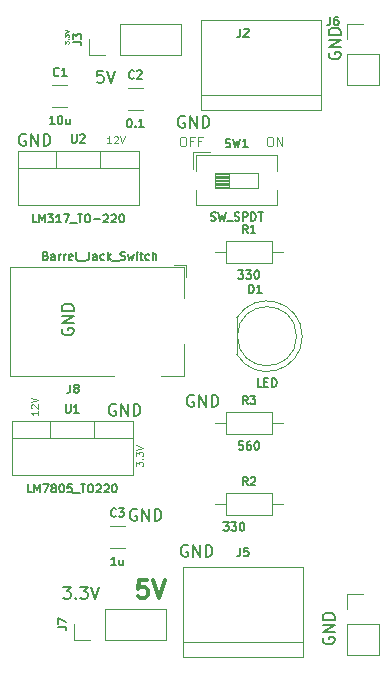
<source format=gto>
%TF.GenerationSoftware,KiCad,Pcbnew,7.0.6*%
%TF.CreationDate,2023-08-31T21:11:47+05:30*%
%TF.ProjectId,bread board,62726561-6420-4626-9f61-72642e6b6963,rev?*%
%TF.SameCoordinates,Original*%
%TF.FileFunction,Legend,Top*%
%TF.FilePolarity,Positive*%
%FSLAX46Y46*%
G04 Gerber Fmt 4.6, Leading zero omitted, Abs format (unit mm)*
G04 Created by KiCad (PCBNEW 7.0.6) date 2023-08-31 21:11:47*
%MOMM*%
%LPD*%
G01*
G04 APERTURE LIST*
%ADD10C,0.100000*%
%ADD11C,0.200000*%
%ADD12C,0.075000*%
%ADD13C,0.300000*%
%ADD14C,0.150000*%
%ADD15C,0.120000*%
G04 APERTURE END LIST*
D10*
X105747371Y-117196496D02*
X105747371Y-116825068D01*
X105747371Y-116825068D02*
X105975942Y-117025068D01*
X105975942Y-117025068D02*
X105975942Y-116939353D01*
X105975942Y-116939353D02*
X106004514Y-116882211D01*
X106004514Y-116882211D02*
X106033085Y-116853639D01*
X106033085Y-116853639D02*
X106090228Y-116825068D01*
X106090228Y-116825068D02*
X106233085Y-116825068D01*
X106233085Y-116825068D02*
X106290228Y-116853639D01*
X106290228Y-116853639D02*
X106318800Y-116882211D01*
X106318800Y-116882211D02*
X106347371Y-116939353D01*
X106347371Y-116939353D02*
X106347371Y-117110782D01*
X106347371Y-117110782D02*
X106318800Y-117167925D01*
X106318800Y-117167925D02*
X106290228Y-117196496D01*
X106290228Y-116567924D02*
X106318800Y-116539353D01*
X106318800Y-116539353D02*
X106347371Y-116567924D01*
X106347371Y-116567924D02*
X106318800Y-116596496D01*
X106318800Y-116596496D02*
X106290228Y-116567924D01*
X106290228Y-116567924D02*
X106347371Y-116567924D01*
X105747371Y-116339353D02*
X105747371Y-115967925D01*
X105747371Y-115967925D02*
X105975942Y-116167925D01*
X105975942Y-116167925D02*
X105975942Y-116082210D01*
X105975942Y-116082210D02*
X106004514Y-116025068D01*
X106004514Y-116025068D02*
X106033085Y-115996496D01*
X106033085Y-115996496D02*
X106090228Y-115967925D01*
X106090228Y-115967925D02*
X106233085Y-115967925D01*
X106233085Y-115967925D02*
X106290228Y-115996496D01*
X106290228Y-115996496D02*
X106318800Y-116025068D01*
X106318800Y-116025068D02*
X106347371Y-116082210D01*
X106347371Y-116082210D02*
X106347371Y-116253639D01*
X106347371Y-116253639D02*
X106318800Y-116310782D01*
X106318800Y-116310782D02*
X106290228Y-116339353D01*
X105747371Y-115796496D02*
X106347371Y-115596496D01*
X106347371Y-115596496D02*
X105747371Y-115396496D01*
X97457371Y-112507068D02*
X97457371Y-112849925D01*
X97457371Y-112678496D02*
X96857371Y-112678496D01*
X96857371Y-112678496D02*
X96943085Y-112735639D01*
X96943085Y-112735639D02*
X97000228Y-112792782D01*
X97000228Y-112792782D02*
X97028800Y-112849925D01*
X96914514Y-112278496D02*
X96885942Y-112249924D01*
X96885942Y-112249924D02*
X96857371Y-112192782D01*
X96857371Y-112192782D02*
X96857371Y-112049924D01*
X96857371Y-112049924D02*
X96885942Y-111992782D01*
X96885942Y-111992782D02*
X96914514Y-111964210D01*
X96914514Y-111964210D02*
X96971657Y-111935639D01*
X96971657Y-111935639D02*
X97028800Y-111935639D01*
X97028800Y-111935639D02*
X97114514Y-111964210D01*
X97114514Y-111964210D02*
X97457371Y-112307067D01*
X97457371Y-112307067D02*
X97457371Y-111935639D01*
X96857371Y-111764210D02*
X97457371Y-111564210D01*
X97457371Y-111564210D02*
X96857371Y-111364210D01*
X103646931Y-89837371D02*
X103304074Y-89837371D01*
X103475503Y-89837371D02*
X103475503Y-89237371D01*
X103475503Y-89237371D02*
X103418360Y-89323085D01*
X103418360Y-89323085D02*
X103361217Y-89380228D01*
X103361217Y-89380228D02*
X103304074Y-89408800D01*
X103875503Y-89294514D02*
X103904075Y-89265942D01*
X103904075Y-89265942D02*
X103961218Y-89237371D01*
X103961218Y-89237371D02*
X104104075Y-89237371D01*
X104104075Y-89237371D02*
X104161218Y-89265942D01*
X104161218Y-89265942D02*
X104189789Y-89294514D01*
X104189789Y-89294514D02*
X104218360Y-89351657D01*
X104218360Y-89351657D02*
X104218360Y-89408800D01*
X104218360Y-89408800D02*
X104189789Y-89494514D01*
X104189789Y-89494514D02*
X103846932Y-89837371D01*
X103846932Y-89837371D02*
X104218360Y-89837371D01*
X104389789Y-89237371D02*
X104589789Y-89837371D01*
X104589789Y-89837371D02*
X104789789Y-89237371D01*
X116994646Y-89266895D02*
X117147027Y-89266895D01*
X117147027Y-89266895D02*
X117223217Y-89304990D01*
X117223217Y-89304990D02*
X117299408Y-89381180D01*
X117299408Y-89381180D02*
X117337503Y-89533561D01*
X117337503Y-89533561D02*
X117337503Y-89800228D01*
X117337503Y-89800228D02*
X117299408Y-89952609D01*
X117299408Y-89952609D02*
X117223217Y-90028800D01*
X117223217Y-90028800D02*
X117147027Y-90066895D01*
X117147027Y-90066895D02*
X116994646Y-90066895D01*
X116994646Y-90066895D02*
X116918455Y-90028800D01*
X116918455Y-90028800D02*
X116842265Y-89952609D01*
X116842265Y-89952609D02*
X116804169Y-89800228D01*
X116804169Y-89800228D02*
X116804169Y-89533561D01*
X116804169Y-89533561D02*
X116842265Y-89381180D01*
X116842265Y-89381180D02*
X116918455Y-89304990D01*
X116918455Y-89304990D02*
X116994646Y-89266895D01*
X117680360Y-90066895D02*
X117680360Y-89266895D01*
X117680360Y-89266895D02*
X118137503Y-90066895D01*
X118137503Y-90066895D02*
X118137503Y-89266895D01*
X109628646Y-89266895D02*
X109781027Y-89266895D01*
X109781027Y-89266895D02*
X109857217Y-89304990D01*
X109857217Y-89304990D02*
X109933408Y-89381180D01*
X109933408Y-89381180D02*
X109971503Y-89533561D01*
X109971503Y-89533561D02*
X109971503Y-89800228D01*
X109971503Y-89800228D02*
X109933408Y-89952609D01*
X109933408Y-89952609D02*
X109857217Y-90028800D01*
X109857217Y-90028800D02*
X109781027Y-90066895D01*
X109781027Y-90066895D02*
X109628646Y-90066895D01*
X109628646Y-90066895D02*
X109552455Y-90028800D01*
X109552455Y-90028800D02*
X109476265Y-89952609D01*
X109476265Y-89952609D02*
X109438169Y-89800228D01*
X109438169Y-89800228D02*
X109438169Y-89533561D01*
X109438169Y-89533561D02*
X109476265Y-89381180D01*
X109476265Y-89381180D02*
X109552455Y-89304990D01*
X109552455Y-89304990D02*
X109628646Y-89266895D01*
X110581026Y-89647847D02*
X110314360Y-89647847D01*
X110314360Y-90066895D02*
X110314360Y-89266895D01*
X110314360Y-89266895D02*
X110695312Y-89266895D01*
X111266740Y-89647847D02*
X111000074Y-89647847D01*
X111000074Y-90066895D02*
X111000074Y-89266895D01*
X111000074Y-89266895D02*
X111381026Y-89266895D01*
D11*
X99588435Y-127391219D02*
X100207482Y-127391219D01*
X100207482Y-127391219D02*
X99874149Y-127772171D01*
X99874149Y-127772171D02*
X100017006Y-127772171D01*
X100017006Y-127772171D02*
X100112244Y-127819790D01*
X100112244Y-127819790D02*
X100159863Y-127867409D01*
X100159863Y-127867409D02*
X100207482Y-127962647D01*
X100207482Y-127962647D02*
X100207482Y-128200742D01*
X100207482Y-128200742D02*
X100159863Y-128295980D01*
X100159863Y-128295980D02*
X100112244Y-128343600D01*
X100112244Y-128343600D02*
X100017006Y-128391219D01*
X100017006Y-128391219D02*
X99731292Y-128391219D01*
X99731292Y-128391219D02*
X99636054Y-128343600D01*
X99636054Y-128343600D02*
X99588435Y-128295980D01*
X100636054Y-128295980D02*
X100683673Y-128343600D01*
X100683673Y-128343600D02*
X100636054Y-128391219D01*
X100636054Y-128391219D02*
X100588435Y-128343600D01*
X100588435Y-128343600D02*
X100636054Y-128295980D01*
X100636054Y-128295980D02*
X100636054Y-128391219D01*
X101017006Y-127391219D02*
X101636053Y-127391219D01*
X101636053Y-127391219D02*
X101302720Y-127772171D01*
X101302720Y-127772171D02*
X101445577Y-127772171D01*
X101445577Y-127772171D02*
X101540815Y-127819790D01*
X101540815Y-127819790D02*
X101588434Y-127867409D01*
X101588434Y-127867409D02*
X101636053Y-127962647D01*
X101636053Y-127962647D02*
X101636053Y-128200742D01*
X101636053Y-128200742D02*
X101588434Y-128295980D01*
X101588434Y-128295980D02*
X101540815Y-128343600D01*
X101540815Y-128343600D02*
X101445577Y-128391219D01*
X101445577Y-128391219D02*
X101159863Y-128391219D01*
X101159863Y-128391219D02*
X101064625Y-128343600D01*
X101064625Y-128343600D02*
X101017006Y-128295980D01*
X101921768Y-127391219D02*
X102255101Y-128391219D01*
X102255101Y-128391219D02*
X102588434Y-127391219D01*
D12*
X99735385Y-81427515D02*
X99735385Y-81179896D01*
X99735385Y-81179896D02*
X99849671Y-81313229D01*
X99849671Y-81313229D02*
X99849671Y-81256086D01*
X99849671Y-81256086D02*
X99863957Y-81217991D01*
X99863957Y-81217991D02*
X99878242Y-81198943D01*
X99878242Y-81198943D02*
X99906814Y-81179896D01*
X99906814Y-81179896D02*
X99978242Y-81179896D01*
X99978242Y-81179896D02*
X100006814Y-81198943D01*
X100006814Y-81198943D02*
X100021100Y-81217991D01*
X100021100Y-81217991D02*
X100035385Y-81256086D01*
X100035385Y-81256086D02*
X100035385Y-81370372D01*
X100035385Y-81370372D02*
X100021100Y-81408467D01*
X100021100Y-81408467D02*
X100006814Y-81427515D01*
X100006814Y-81008467D02*
X100021100Y-80989420D01*
X100021100Y-80989420D02*
X100035385Y-81008467D01*
X100035385Y-81008467D02*
X100021100Y-81027515D01*
X100021100Y-81027515D02*
X100006814Y-81008467D01*
X100006814Y-81008467D02*
X100035385Y-81008467D01*
X99735385Y-80856087D02*
X99735385Y-80608468D01*
X99735385Y-80608468D02*
X99849671Y-80741801D01*
X99849671Y-80741801D02*
X99849671Y-80684658D01*
X99849671Y-80684658D02*
X99863957Y-80646563D01*
X99863957Y-80646563D02*
X99878242Y-80627515D01*
X99878242Y-80627515D02*
X99906814Y-80608468D01*
X99906814Y-80608468D02*
X99978242Y-80608468D01*
X99978242Y-80608468D02*
X100006814Y-80627515D01*
X100006814Y-80627515D02*
X100021100Y-80646563D01*
X100021100Y-80646563D02*
X100035385Y-80684658D01*
X100035385Y-80684658D02*
X100035385Y-80798944D01*
X100035385Y-80798944D02*
X100021100Y-80837039D01*
X100021100Y-80837039D02*
X100006814Y-80856087D01*
X99735385Y-80494182D02*
X100035385Y-80360849D01*
X100035385Y-80360849D02*
X99735385Y-80227516D01*
D11*
X102953863Y-83703219D02*
X102477673Y-83703219D01*
X102477673Y-83703219D02*
X102430054Y-84179409D01*
X102430054Y-84179409D02*
X102477673Y-84131790D01*
X102477673Y-84131790D02*
X102572911Y-84084171D01*
X102572911Y-84084171D02*
X102811006Y-84084171D01*
X102811006Y-84084171D02*
X102906244Y-84131790D01*
X102906244Y-84131790D02*
X102953863Y-84179409D01*
X102953863Y-84179409D02*
X103001482Y-84274647D01*
X103001482Y-84274647D02*
X103001482Y-84512742D01*
X103001482Y-84512742D02*
X102953863Y-84607980D01*
X102953863Y-84607980D02*
X102906244Y-84655600D01*
X102906244Y-84655600D02*
X102811006Y-84703219D01*
X102811006Y-84703219D02*
X102572911Y-84703219D01*
X102572911Y-84703219D02*
X102477673Y-84655600D01*
X102477673Y-84655600D02*
X102430054Y-84607980D01*
X103287197Y-83703219D02*
X103620530Y-84703219D01*
X103620530Y-84703219D02*
X103953863Y-83703219D01*
D13*
X106678796Y-126824828D02*
X105964510Y-126824828D01*
X105964510Y-126824828D02*
X105893082Y-127539114D01*
X105893082Y-127539114D02*
X105964510Y-127467685D01*
X105964510Y-127467685D02*
X106107368Y-127396257D01*
X106107368Y-127396257D02*
X106464510Y-127396257D01*
X106464510Y-127396257D02*
X106607368Y-127467685D01*
X106607368Y-127467685D02*
X106678796Y-127539114D01*
X106678796Y-127539114D02*
X106750225Y-127681971D01*
X106750225Y-127681971D02*
X106750225Y-128039114D01*
X106750225Y-128039114D02*
X106678796Y-128181971D01*
X106678796Y-128181971D02*
X106607368Y-128253400D01*
X106607368Y-128253400D02*
X106464510Y-128324828D01*
X106464510Y-128324828D02*
X106107368Y-128324828D01*
X106107368Y-128324828D02*
X105964510Y-128253400D01*
X105964510Y-128253400D02*
X105893082Y-128181971D01*
X107178796Y-126824828D02*
X107678796Y-128324828D01*
X107678796Y-128324828D02*
X108178796Y-126824828D01*
D11*
X121596838Y-131694517D02*
X121549219Y-131789755D01*
X121549219Y-131789755D02*
X121549219Y-131932612D01*
X121549219Y-131932612D02*
X121596838Y-132075469D01*
X121596838Y-132075469D02*
X121692076Y-132170707D01*
X121692076Y-132170707D02*
X121787314Y-132218326D01*
X121787314Y-132218326D02*
X121977790Y-132265945D01*
X121977790Y-132265945D02*
X122120647Y-132265945D01*
X122120647Y-132265945D02*
X122311123Y-132218326D01*
X122311123Y-132218326D02*
X122406361Y-132170707D01*
X122406361Y-132170707D02*
X122501600Y-132075469D01*
X122501600Y-132075469D02*
X122549219Y-131932612D01*
X122549219Y-131932612D02*
X122549219Y-131837374D01*
X122549219Y-131837374D02*
X122501600Y-131694517D01*
X122501600Y-131694517D02*
X122453980Y-131646898D01*
X122453980Y-131646898D02*
X122120647Y-131646898D01*
X122120647Y-131646898D02*
X122120647Y-131837374D01*
X122549219Y-131218326D02*
X121549219Y-131218326D01*
X121549219Y-131218326D02*
X122549219Y-130646898D01*
X122549219Y-130646898D02*
X121549219Y-130646898D01*
X122549219Y-130170707D02*
X121549219Y-130170707D01*
X121549219Y-130170707D02*
X121549219Y-129932612D01*
X121549219Y-129932612D02*
X121596838Y-129789755D01*
X121596838Y-129789755D02*
X121692076Y-129694517D01*
X121692076Y-129694517D02*
X121787314Y-129646898D01*
X121787314Y-129646898D02*
X121977790Y-129599279D01*
X121977790Y-129599279D02*
X122120647Y-129599279D01*
X122120647Y-129599279D02*
X122311123Y-129646898D01*
X122311123Y-129646898D02*
X122406361Y-129694517D01*
X122406361Y-129694517D02*
X122501600Y-129789755D01*
X122501600Y-129789755D02*
X122549219Y-129932612D01*
X122549219Y-129932612D02*
X122549219Y-130170707D01*
X110113482Y-123882838D02*
X110018244Y-123835219D01*
X110018244Y-123835219D02*
X109875387Y-123835219D01*
X109875387Y-123835219D02*
X109732530Y-123882838D01*
X109732530Y-123882838D02*
X109637292Y-123978076D01*
X109637292Y-123978076D02*
X109589673Y-124073314D01*
X109589673Y-124073314D02*
X109542054Y-124263790D01*
X109542054Y-124263790D02*
X109542054Y-124406647D01*
X109542054Y-124406647D02*
X109589673Y-124597123D01*
X109589673Y-124597123D02*
X109637292Y-124692361D01*
X109637292Y-124692361D02*
X109732530Y-124787600D01*
X109732530Y-124787600D02*
X109875387Y-124835219D01*
X109875387Y-124835219D02*
X109970625Y-124835219D01*
X109970625Y-124835219D02*
X110113482Y-124787600D01*
X110113482Y-124787600D02*
X110161101Y-124739980D01*
X110161101Y-124739980D02*
X110161101Y-124406647D01*
X110161101Y-124406647D02*
X109970625Y-124406647D01*
X110589673Y-124835219D02*
X110589673Y-123835219D01*
X110589673Y-123835219D02*
X111161101Y-124835219D01*
X111161101Y-124835219D02*
X111161101Y-123835219D01*
X111637292Y-124835219D02*
X111637292Y-123835219D01*
X111637292Y-123835219D02*
X111875387Y-123835219D01*
X111875387Y-123835219D02*
X112018244Y-123882838D01*
X112018244Y-123882838D02*
X112113482Y-123978076D01*
X112113482Y-123978076D02*
X112161101Y-124073314D01*
X112161101Y-124073314D02*
X112208720Y-124263790D01*
X112208720Y-124263790D02*
X112208720Y-124406647D01*
X112208720Y-124406647D02*
X112161101Y-124597123D01*
X112161101Y-124597123D02*
X112113482Y-124692361D01*
X112113482Y-124692361D02*
X112018244Y-124787600D01*
X112018244Y-124787600D02*
X111875387Y-124835219D01*
X111875387Y-124835219D02*
X111637292Y-124835219D01*
X105795482Y-120834838D02*
X105700244Y-120787219D01*
X105700244Y-120787219D02*
X105557387Y-120787219D01*
X105557387Y-120787219D02*
X105414530Y-120834838D01*
X105414530Y-120834838D02*
X105319292Y-120930076D01*
X105319292Y-120930076D02*
X105271673Y-121025314D01*
X105271673Y-121025314D02*
X105224054Y-121215790D01*
X105224054Y-121215790D02*
X105224054Y-121358647D01*
X105224054Y-121358647D02*
X105271673Y-121549123D01*
X105271673Y-121549123D02*
X105319292Y-121644361D01*
X105319292Y-121644361D02*
X105414530Y-121739600D01*
X105414530Y-121739600D02*
X105557387Y-121787219D01*
X105557387Y-121787219D02*
X105652625Y-121787219D01*
X105652625Y-121787219D02*
X105795482Y-121739600D01*
X105795482Y-121739600D02*
X105843101Y-121691980D01*
X105843101Y-121691980D02*
X105843101Y-121358647D01*
X105843101Y-121358647D02*
X105652625Y-121358647D01*
X106271673Y-121787219D02*
X106271673Y-120787219D01*
X106271673Y-120787219D02*
X106843101Y-121787219D01*
X106843101Y-121787219D02*
X106843101Y-120787219D01*
X107319292Y-121787219D02*
X107319292Y-120787219D01*
X107319292Y-120787219D02*
X107557387Y-120787219D01*
X107557387Y-120787219D02*
X107700244Y-120834838D01*
X107700244Y-120834838D02*
X107795482Y-120930076D01*
X107795482Y-120930076D02*
X107843101Y-121025314D01*
X107843101Y-121025314D02*
X107890720Y-121215790D01*
X107890720Y-121215790D02*
X107890720Y-121358647D01*
X107890720Y-121358647D02*
X107843101Y-121549123D01*
X107843101Y-121549123D02*
X107795482Y-121644361D01*
X107795482Y-121644361D02*
X107700244Y-121739600D01*
X107700244Y-121739600D02*
X107557387Y-121787219D01*
X107557387Y-121787219D02*
X107319292Y-121787219D01*
X110621482Y-111182838D02*
X110526244Y-111135219D01*
X110526244Y-111135219D02*
X110383387Y-111135219D01*
X110383387Y-111135219D02*
X110240530Y-111182838D01*
X110240530Y-111182838D02*
X110145292Y-111278076D01*
X110145292Y-111278076D02*
X110097673Y-111373314D01*
X110097673Y-111373314D02*
X110050054Y-111563790D01*
X110050054Y-111563790D02*
X110050054Y-111706647D01*
X110050054Y-111706647D02*
X110097673Y-111897123D01*
X110097673Y-111897123D02*
X110145292Y-111992361D01*
X110145292Y-111992361D02*
X110240530Y-112087600D01*
X110240530Y-112087600D02*
X110383387Y-112135219D01*
X110383387Y-112135219D02*
X110478625Y-112135219D01*
X110478625Y-112135219D02*
X110621482Y-112087600D01*
X110621482Y-112087600D02*
X110669101Y-112039980D01*
X110669101Y-112039980D02*
X110669101Y-111706647D01*
X110669101Y-111706647D02*
X110478625Y-111706647D01*
X111097673Y-112135219D02*
X111097673Y-111135219D01*
X111097673Y-111135219D02*
X111669101Y-112135219D01*
X111669101Y-112135219D02*
X111669101Y-111135219D01*
X112145292Y-112135219D02*
X112145292Y-111135219D01*
X112145292Y-111135219D02*
X112383387Y-111135219D01*
X112383387Y-111135219D02*
X112526244Y-111182838D01*
X112526244Y-111182838D02*
X112621482Y-111278076D01*
X112621482Y-111278076D02*
X112669101Y-111373314D01*
X112669101Y-111373314D02*
X112716720Y-111563790D01*
X112716720Y-111563790D02*
X112716720Y-111706647D01*
X112716720Y-111706647D02*
X112669101Y-111897123D01*
X112669101Y-111897123D02*
X112621482Y-111992361D01*
X112621482Y-111992361D02*
X112526244Y-112087600D01*
X112526244Y-112087600D02*
X112383387Y-112135219D01*
X112383387Y-112135219D02*
X112145292Y-112135219D01*
X104017482Y-111944838D02*
X103922244Y-111897219D01*
X103922244Y-111897219D02*
X103779387Y-111897219D01*
X103779387Y-111897219D02*
X103636530Y-111944838D01*
X103636530Y-111944838D02*
X103541292Y-112040076D01*
X103541292Y-112040076D02*
X103493673Y-112135314D01*
X103493673Y-112135314D02*
X103446054Y-112325790D01*
X103446054Y-112325790D02*
X103446054Y-112468647D01*
X103446054Y-112468647D02*
X103493673Y-112659123D01*
X103493673Y-112659123D02*
X103541292Y-112754361D01*
X103541292Y-112754361D02*
X103636530Y-112849600D01*
X103636530Y-112849600D02*
X103779387Y-112897219D01*
X103779387Y-112897219D02*
X103874625Y-112897219D01*
X103874625Y-112897219D02*
X104017482Y-112849600D01*
X104017482Y-112849600D02*
X104065101Y-112801980D01*
X104065101Y-112801980D02*
X104065101Y-112468647D01*
X104065101Y-112468647D02*
X103874625Y-112468647D01*
X104493673Y-112897219D02*
X104493673Y-111897219D01*
X104493673Y-111897219D02*
X105065101Y-112897219D01*
X105065101Y-112897219D02*
X105065101Y-111897219D01*
X105541292Y-112897219D02*
X105541292Y-111897219D01*
X105541292Y-111897219D02*
X105779387Y-111897219D01*
X105779387Y-111897219D02*
X105922244Y-111944838D01*
X105922244Y-111944838D02*
X106017482Y-112040076D01*
X106017482Y-112040076D02*
X106065101Y-112135314D01*
X106065101Y-112135314D02*
X106112720Y-112325790D01*
X106112720Y-112325790D02*
X106112720Y-112468647D01*
X106112720Y-112468647D02*
X106065101Y-112659123D01*
X106065101Y-112659123D02*
X106017482Y-112754361D01*
X106017482Y-112754361D02*
X105922244Y-112849600D01*
X105922244Y-112849600D02*
X105779387Y-112897219D01*
X105779387Y-112897219D02*
X105541292Y-112897219D01*
X99498838Y-105532517D02*
X99451219Y-105627755D01*
X99451219Y-105627755D02*
X99451219Y-105770612D01*
X99451219Y-105770612D02*
X99498838Y-105913469D01*
X99498838Y-105913469D02*
X99594076Y-106008707D01*
X99594076Y-106008707D02*
X99689314Y-106056326D01*
X99689314Y-106056326D02*
X99879790Y-106103945D01*
X99879790Y-106103945D02*
X100022647Y-106103945D01*
X100022647Y-106103945D02*
X100213123Y-106056326D01*
X100213123Y-106056326D02*
X100308361Y-106008707D01*
X100308361Y-106008707D02*
X100403600Y-105913469D01*
X100403600Y-105913469D02*
X100451219Y-105770612D01*
X100451219Y-105770612D02*
X100451219Y-105675374D01*
X100451219Y-105675374D02*
X100403600Y-105532517D01*
X100403600Y-105532517D02*
X100355980Y-105484898D01*
X100355980Y-105484898D02*
X100022647Y-105484898D01*
X100022647Y-105484898D02*
X100022647Y-105675374D01*
X100451219Y-105056326D02*
X99451219Y-105056326D01*
X99451219Y-105056326D02*
X100451219Y-104484898D01*
X100451219Y-104484898D02*
X99451219Y-104484898D01*
X100451219Y-104008707D02*
X99451219Y-104008707D01*
X99451219Y-104008707D02*
X99451219Y-103770612D01*
X99451219Y-103770612D02*
X99498838Y-103627755D01*
X99498838Y-103627755D02*
X99594076Y-103532517D01*
X99594076Y-103532517D02*
X99689314Y-103484898D01*
X99689314Y-103484898D02*
X99879790Y-103437279D01*
X99879790Y-103437279D02*
X100022647Y-103437279D01*
X100022647Y-103437279D02*
X100213123Y-103484898D01*
X100213123Y-103484898D02*
X100308361Y-103532517D01*
X100308361Y-103532517D02*
X100403600Y-103627755D01*
X100403600Y-103627755D02*
X100451219Y-103770612D01*
X100451219Y-103770612D02*
X100451219Y-104008707D01*
X96397482Y-89084838D02*
X96302244Y-89037219D01*
X96302244Y-89037219D02*
X96159387Y-89037219D01*
X96159387Y-89037219D02*
X96016530Y-89084838D01*
X96016530Y-89084838D02*
X95921292Y-89180076D01*
X95921292Y-89180076D02*
X95873673Y-89275314D01*
X95873673Y-89275314D02*
X95826054Y-89465790D01*
X95826054Y-89465790D02*
X95826054Y-89608647D01*
X95826054Y-89608647D02*
X95873673Y-89799123D01*
X95873673Y-89799123D02*
X95921292Y-89894361D01*
X95921292Y-89894361D02*
X96016530Y-89989600D01*
X96016530Y-89989600D02*
X96159387Y-90037219D01*
X96159387Y-90037219D02*
X96254625Y-90037219D01*
X96254625Y-90037219D02*
X96397482Y-89989600D01*
X96397482Y-89989600D02*
X96445101Y-89941980D01*
X96445101Y-89941980D02*
X96445101Y-89608647D01*
X96445101Y-89608647D02*
X96254625Y-89608647D01*
X96873673Y-90037219D02*
X96873673Y-89037219D01*
X96873673Y-89037219D02*
X97445101Y-90037219D01*
X97445101Y-90037219D02*
X97445101Y-89037219D01*
X97921292Y-90037219D02*
X97921292Y-89037219D01*
X97921292Y-89037219D02*
X98159387Y-89037219D01*
X98159387Y-89037219D02*
X98302244Y-89084838D01*
X98302244Y-89084838D02*
X98397482Y-89180076D01*
X98397482Y-89180076D02*
X98445101Y-89275314D01*
X98445101Y-89275314D02*
X98492720Y-89465790D01*
X98492720Y-89465790D02*
X98492720Y-89608647D01*
X98492720Y-89608647D02*
X98445101Y-89799123D01*
X98445101Y-89799123D02*
X98397482Y-89894361D01*
X98397482Y-89894361D02*
X98302244Y-89989600D01*
X98302244Y-89989600D02*
X98159387Y-90037219D01*
X98159387Y-90037219D02*
X97921292Y-90037219D01*
X122104838Y-82164517D02*
X122057219Y-82259755D01*
X122057219Y-82259755D02*
X122057219Y-82402612D01*
X122057219Y-82402612D02*
X122104838Y-82545469D01*
X122104838Y-82545469D02*
X122200076Y-82640707D01*
X122200076Y-82640707D02*
X122295314Y-82688326D01*
X122295314Y-82688326D02*
X122485790Y-82735945D01*
X122485790Y-82735945D02*
X122628647Y-82735945D01*
X122628647Y-82735945D02*
X122819123Y-82688326D01*
X122819123Y-82688326D02*
X122914361Y-82640707D01*
X122914361Y-82640707D02*
X123009600Y-82545469D01*
X123009600Y-82545469D02*
X123057219Y-82402612D01*
X123057219Y-82402612D02*
X123057219Y-82307374D01*
X123057219Y-82307374D02*
X123009600Y-82164517D01*
X123009600Y-82164517D02*
X122961980Y-82116898D01*
X122961980Y-82116898D02*
X122628647Y-82116898D01*
X122628647Y-82116898D02*
X122628647Y-82307374D01*
X123057219Y-81688326D02*
X122057219Y-81688326D01*
X122057219Y-81688326D02*
X123057219Y-81116898D01*
X123057219Y-81116898D02*
X122057219Y-81116898D01*
X123057219Y-80640707D02*
X122057219Y-80640707D01*
X122057219Y-80640707D02*
X122057219Y-80402612D01*
X122057219Y-80402612D02*
X122104838Y-80259755D01*
X122104838Y-80259755D02*
X122200076Y-80164517D01*
X122200076Y-80164517D02*
X122295314Y-80116898D01*
X122295314Y-80116898D02*
X122485790Y-80069279D01*
X122485790Y-80069279D02*
X122628647Y-80069279D01*
X122628647Y-80069279D02*
X122819123Y-80116898D01*
X122819123Y-80116898D02*
X122914361Y-80164517D01*
X122914361Y-80164517D02*
X123009600Y-80259755D01*
X123009600Y-80259755D02*
X123057219Y-80402612D01*
X123057219Y-80402612D02*
X123057219Y-80640707D01*
X109850707Y-87560838D02*
X109755469Y-87513219D01*
X109755469Y-87513219D02*
X109612612Y-87513219D01*
X109612612Y-87513219D02*
X109469755Y-87560838D01*
X109469755Y-87560838D02*
X109374517Y-87656076D01*
X109374517Y-87656076D02*
X109326898Y-87751314D01*
X109326898Y-87751314D02*
X109279279Y-87941790D01*
X109279279Y-87941790D02*
X109279279Y-88084647D01*
X109279279Y-88084647D02*
X109326898Y-88275123D01*
X109326898Y-88275123D02*
X109374517Y-88370361D01*
X109374517Y-88370361D02*
X109469755Y-88465600D01*
X109469755Y-88465600D02*
X109612612Y-88513219D01*
X109612612Y-88513219D02*
X109707850Y-88513219D01*
X109707850Y-88513219D02*
X109850707Y-88465600D01*
X109850707Y-88465600D02*
X109898326Y-88417980D01*
X109898326Y-88417980D02*
X109898326Y-88084647D01*
X109898326Y-88084647D02*
X109707850Y-88084647D01*
X110326898Y-88513219D02*
X110326898Y-87513219D01*
X110326898Y-87513219D02*
X110898326Y-88513219D01*
X110898326Y-88513219D02*
X110898326Y-87513219D01*
X111374517Y-88513219D02*
X111374517Y-87513219D01*
X111374517Y-87513219D02*
X111612612Y-87513219D01*
X111612612Y-87513219D02*
X111755469Y-87560838D01*
X111755469Y-87560838D02*
X111850707Y-87656076D01*
X111850707Y-87656076D02*
X111898326Y-87751314D01*
X111898326Y-87751314D02*
X111945945Y-87941790D01*
X111945945Y-87941790D02*
X111945945Y-88084647D01*
X111945945Y-88084647D02*
X111898326Y-88275123D01*
X111898326Y-88275123D02*
X111850707Y-88370361D01*
X111850707Y-88370361D02*
X111755469Y-88465600D01*
X111755469Y-88465600D02*
X111612612Y-88513219D01*
X111612612Y-88513219D02*
X111374517Y-88513219D01*
D14*
X115181333Y-97456033D02*
X114948000Y-97122700D01*
X114781333Y-97456033D02*
X114781333Y-96756033D01*
X114781333Y-96756033D02*
X115048000Y-96756033D01*
X115048000Y-96756033D02*
X115114667Y-96789366D01*
X115114667Y-96789366D02*
X115148000Y-96822700D01*
X115148000Y-96822700D02*
X115181333Y-96889366D01*
X115181333Y-96889366D02*
X115181333Y-96989366D01*
X115181333Y-96989366D02*
X115148000Y-97056033D01*
X115148000Y-97056033D02*
X115114667Y-97089366D01*
X115114667Y-97089366D02*
X115048000Y-97122700D01*
X115048000Y-97122700D02*
X114781333Y-97122700D01*
X115848000Y-97456033D02*
X115448000Y-97456033D01*
X115648000Y-97456033D02*
X115648000Y-96756033D01*
X115648000Y-96756033D02*
X115581333Y-96856033D01*
X115581333Y-96856033D02*
X115514667Y-96922700D01*
X115514667Y-96922700D02*
X115448000Y-96956033D01*
X114398000Y-100596033D02*
X114831333Y-100596033D01*
X114831333Y-100596033D02*
X114598000Y-100862700D01*
X114598000Y-100862700D02*
X114698000Y-100862700D01*
X114698000Y-100862700D02*
X114764666Y-100896033D01*
X114764666Y-100896033D02*
X114798000Y-100929366D01*
X114798000Y-100929366D02*
X114831333Y-100996033D01*
X114831333Y-100996033D02*
X114831333Y-101162700D01*
X114831333Y-101162700D02*
X114798000Y-101229366D01*
X114798000Y-101229366D02*
X114764666Y-101262700D01*
X114764666Y-101262700D02*
X114698000Y-101296033D01*
X114698000Y-101296033D02*
X114498000Y-101296033D01*
X114498000Y-101296033D02*
X114431333Y-101262700D01*
X114431333Y-101262700D02*
X114398000Y-101229366D01*
X115064667Y-100596033D02*
X115498000Y-100596033D01*
X115498000Y-100596033D02*
X115264667Y-100862700D01*
X115264667Y-100862700D02*
X115364667Y-100862700D01*
X115364667Y-100862700D02*
X115431333Y-100896033D01*
X115431333Y-100896033D02*
X115464667Y-100929366D01*
X115464667Y-100929366D02*
X115498000Y-100996033D01*
X115498000Y-100996033D02*
X115498000Y-101162700D01*
X115498000Y-101162700D02*
X115464667Y-101229366D01*
X115464667Y-101229366D02*
X115431333Y-101262700D01*
X115431333Y-101262700D02*
X115364667Y-101296033D01*
X115364667Y-101296033D02*
X115164667Y-101296033D01*
X115164667Y-101296033D02*
X115098000Y-101262700D01*
X115098000Y-101262700D02*
X115064667Y-101229366D01*
X115931334Y-100596033D02*
X115998000Y-100596033D01*
X115998000Y-100596033D02*
X116064667Y-100629366D01*
X116064667Y-100629366D02*
X116098000Y-100662700D01*
X116098000Y-100662700D02*
X116131334Y-100729366D01*
X116131334Y-100729366D02*
X116164667Y-100862700D01*
X116164667Y-100862700D02*
X116164667Y-101029366D01*
X116164667Y-101029366D02*
X116131334Y-101162700D01*
X116131334Y-101162700D02*
X116098000Y-101229366D01*
X116098000Y-101229366D02*
X116064667Y-101262700D01*
X116064667Y-101262700D02*
X115998000Y-101296033D01*
X115998000Y-101296033D02*
X115931334Y-101296033D01*
X115931334Y-101296033D02*
X115864667Y-101262700D01*
X115864667Y-101262700D02*
X115831334Y-101229366D01*
X115831334Y-101229366D02*
X115798000Y-101162700D01*
X115798000Y-101162700D02*
X115764667Y-101029366D01*
X115764667Y-101029366D02*
X115764667Y-100862700D01*
X115764667Y-100862700D02*
X115798000Y-100729366D01*
X115798000Y-100729366D02*
X115831334Y-100662700D01*
X115831334Y-100662700D02*
X115864667Y-100629366D01*
X115864667Y-100629366D02*
X115931334Y-100596033D01*
X100410033Y-81259333D02*
X100910033Y-81259333D01*
X100910033Y-81259333D02*
X101010033Y-81292666D01*
X101010033Y-81292666D02*
X101076700Y-81359333D01*
X101076700Y-81359333D02*
X101110033Y-81459333D01*
X101110033Y-81459333D02*
X101110033Y-81526000D01*
X100410033Y-80992667D02*
X100410033Y-80559333D01*
X100410033Y-80559333D02*
X100676700Y-80792667D01*
X100676700Y-80792667D02*
X100676700Y-80692667D01*
X100676700Y-80692667D02*
X100710033Y-80626000D01*
X100710033Y-80626000D02*
X100743366Y-80592667D01*
X100743366Y-80592667D02*
X100810033Y-80559333D01*
X100810033Y-80559333D02*
X100976700Y-80559333D01*
X100976700Y-80559333D02*
X101043366Y-80592667D01*
X101043366Y-80592667D02*
X101076700Y-80626000D01*
X101076700Y-80626000D02*
X101110033Y-80692667D01*
X101110033Y-80692667D02*
X101110033Y-80892667D01*
X101110033Y-80892667D02*
X101076700Y-80959333D01*
X101076700Y-80959333D02*
X101043366Y-80992667D01*
X105567333Y-84305366D02*
X105534000Y-84338700D01*
X105534000Y-84338700D02*
X105434000Y-84372033D01*
X105434000Y-84372033D02*
X105367333Y-84372033D01*
X105367333Y-84372033D02*
X105267333Y-84338700D01*
X105267333Y-84338700D02*
X105200667Y-84272033D01*
X105200667Y-84272033D02*
X105167333Y-84205366D01*
X105167333Y-84205366D02*
X105134000Y-84072033D01*
X105134000Y-84072033D02*
X105134000Y-83972033D01*
X105134000Y-83972033D02*
X105167333Y-83838700D01*
X105167333Y-83838700D02*
X105200667Y-83772033D01*
X105200667Y-83772033D02*
X105267333Y-83705366D01*
X105267333Y-83705366D02*
X105367333Y-83672033D01*
X105367333Y-83672033D02*
X105434000Y-83672033D01*
X105434000Y-83672033D02*
X105534000Y-83705366D01*
X105534000Y-83705366D02*
X105567333Y-83738700D01*
X105834000Y-83738700D02*
X105867333Y-83705366D01*
X105867333Y-83705366D02*
X105934000Y-83672033D01*
X105934000Y-83672033D02*
X106100667Y-83672033D01*
X106100667Y-83672033D02*
X106167333Y-83705366D01*
X106167333Y-83705366D02*
X106200667Y-83738700D01*
X106200667Y-83738700D02*
X106234000Y-83805366D01*
X106234000Y-83805366D02*
X106234000Y-83872033D01*
X106234000Y-83872033D02*
X106200667Y-83972033D01*
X106200667Y-83972033D02*
X105800667Y-84372033D01*
X105800667Y-84372033D02*
X106234000Y-84372033D01*
X105150667Y-87772033D02*
X105217333Y-87772033D01*
X105217333Y-87772033D02*
X105284000Y-87805366D01*
X105284000Y-87805366D02*
X105317333Y-87838700D01*
X105317333Y-87838700D02*
X105350667Y-87905366D01*
X105350667Y-87905366D02*
X105384000Y-88038700D01*
X105384000Y-88038700D02*
X105384000Y-88205366D01*
X105384000Y-88205366D02*
X105350667Y-88338700D01*
X105350667Y-88338700D02*
X105317333Y-88405366D01*
X105317333Y-88405366D02*
X105284000Y-88438700D01*
X105284000Y-88438700D02*
X105217333Y-88472033D01*
X105217333Y-88472033D02*
X105150667Y-88472033D01*
X105150667Y-88472033D02*
X105084000Y-88438700D01*
X105084000Y-88438700D02*
X105050667Y-88405366D01*
X105050667Y-88405366D02*
X105017333Y-88338700D01*
X105017333Y-88338700D02*
X104984000Y-88205366D01*
X104984000Y-88205366D02*
X104984000Y-88038700D01*
X104984000Y-88038700D02*
X105017333Y-87905366D01*
X105017333Y-87905366D02*
X105050667Y-87838700D01*
X105050667Y-87838700D02*
X105084000Y-87805366D01*
X105084000Y-87805366D02*
X105150667Y-87772033D01*
X105684000Y-88405366D02*
X105717334Y-88438700D01*
X105717334Y-88438700D02*
X105684000Y-88472033D01*
X105684000Y-88472033D02*
X105650667Y-88438700D01*
X105650667Y-88438700D02*
X105684000Y-88405366D01*
X105684000Y-88405366D02*
X105684000Y-88472033D01*
X106384000Y-88472033D02*
X105984000Y-88472033D01*
X106184000Y-88472033D02*
X106184000Y-87772033D01*
X106184000Y-87772033D02*
X106117333Y-87872033D01*
X106117333Y-87872033D02*
X106050667Y-87938700D01*
X106050667Y-87938700D02*
X105984000Y-87972033D01*
X99197333Y-84069366D02*
X99164000Y-84102700D01*
X99164000Y-84102700D02*
X99064000Y-84136033D01*
X99064000Y-84136033D02*
X98997333Y-84136033D01*
X98997333Y-84136033D02*
X98897333Y-84102700D01*
X98897333Y-84102700D02*
X98830667Y-84036033D01*
X98830667Y-84036033D02*
X98797333Y-83969366D01*
X98797333Y-83969366D02*
X98764000Y-83836033D01*
X98764000Y-83836033D02*
X98764000Y-83736033D01*
X98764000Y-83736033D02*
X98797333Y-83602700D01*
X98797333Y-83602700D02*
X98830667Y-83536033D01*
X98830667Y-83536033D02*
X98897333Y-83469366D01*
X98897333Y-83469366D02*
X98997333Y-83436033D01*
X98997333Y-83436033D02*
X99064000Y-83436033D01*
X99064000Y-83436033D02*
X99164000Y-83469366D01*
X99164000Y-83469366D02*
X99197333Y-83502700D01*
X99864000Y-84136033D02*
X99464000Y-84136033D01*
X99664000Y-84136033D02*
X99664000Y-83436033D01*
X99664000Y-83436033D02*
X99597333Y-83536033D01*
X99597333Y-83536033D02*
X99530667Y-83602700D01*
X99530667Y-83602700D02*
X99464000Y-83636033D01*
X98844000Y-88218033D02*
X98444000Y-88218033D01*
X98644000Y-88218033D02*
X98644000Y-87518033D01*
X98644000Y-87518033D02*
X98577333Y-87618033D01*
X98577333Y-87618033D02*
X98510667Y-87684700D01*
X98510667Y-87684700D02*
X98444000Y-87718033D01*
X99277334Y-87518033D02*
X99344000Y-87518033D01*
X99344000Y-87518033D02*
X99410667Y-87551366D01*
X99410667Y-87551366D02*
X99444000Y-87584700D01*
X99444000Y-87584700D02*
X99477334Y-87651366D01*
X99477334Y-87651366D02*
X99510667Y-87784700D01*
X99510667Y-87784700D02*
X99510667Y-87951366D01*
X99510667Y-87951366D02*
X99477334Y-88084700D01*
X99477334Y-88084700D02*
X99444000Y-88151366D01*
X99444000Y-88151366D02*
X99410667Y-88184700D01*
X99410667Y-88184700D02*
X99344000Y-88218033D01*
X99344000Y-88218033D02*
X99277334Y-88218033D01*
X99277334Y-88218033D02*
X99210667Y-88184700D01*
X99210667Y-88184700D02*
X99177334Y-88151366D01*
X99177334Y-88151366D02*
X99144000Y-88084700D01*
X99144000Y-88084700D02*
X99110667Y-87951366D01*
X99110667Y-87951366D02*
X99110667Y-87784700D01*
X99110667Y-87784700D02*
X99144000Y-87651366D01*
X99144000Y-87651366D02*
X99177334Y-87584700D01*
X99177334Y-87584700D02*
X99210667Y-87551366D01*
X99210667Y-87551366D02*
X99277334Y-87518033D01*
X100110667Y-87751366D02*
X100110667Y-88218033D01*
X99810667Y-87751366D02*
X99810667Y-88118033D01*
X99810667Y-88118033D02*
X99844001Y-88184700D01*
X99844001Y-88184700D02*
X99910667Y-88218033D01*
X99910667Y-88218033D02*
X100010667Y-88218033D01*
X100010667Y-88218033D02*
X100077334Y-88184700D01*
X100077334Y-88184700D02*
X100110667Y-88151366D01*
X115307333Y-102528033D02*
X115307333Y-101828033D01*
X115307333Y-101828033D02*
X115474000Y-101828033D01*
X115474000Y-101828033D02*
X115574000Y-101861366D01*
X115574000Y-101861366D02*
X115640667Y-101928033D01*
X115640667Y-101928033D02*
X115674000Y-101994700D01*
X115674000Y-101994700D02*
X115707333Y-102128033D01*
X115707333Y-102128033D02*
X115707333Y-102228033D01*
X115707333Y-102228033D02*
X115674000Y-102361366D01*
X115674000Y-102361366D02*
X115640667Y-102428033D01*
X115640667Y-102428033D02*
X115574000Y-102494700D01*
X115574000Y-102494700D02*
X115474000Y-102528033D01*
X115474000Y-102528033D02*
X115307333Y-102528033D01*
X116374000Y-102528033D02*
X115974000Y-102528033D01*
X116174000Y-102528033D02*
X116174000Y-101828033D01*
X116174000Y-101828033D02*
X116107333Y-101928033D01*
X116107333Y-101928033D02*
X116040667Y-101994700D01*
X116040667Y-101994700D02*
X115974000Y-102028033D01*
X116378000Y-110448033D02*
X116044666Y-110448033D01*
X116044666Y-110448033D02*
X116044666Y-109748033D01*
X116611333Y-110081366D02*
X116844667Y-110081366D01*
X116944667Y-110448033D02*
X116611333Y-110448033D01*
X116611333Y-110448033D02*
X116611333Y-109748033D01*
X116611333Y-109748033D02*
X116944667Y-109748033D01*
X117244666Y-110448033D02*
X117244666Y-109748033D01*
X117244666Y-109748033D02*
X117411333Y-109748033D01*
X117411333Y-109748033D02*
X117511333Y-109781366D01*
X117511333Y-109781366D02*
X117578000Y-109848033D01*
X117578000Y-109848033D02*
X117611333Y-109914700D01*
X117611333Y-109914700D02*
X117644666Y-110048033D01*
X117644666Y-110048033D02*
X117644666Y-110148033D01*
X117644666Y-110148033D02*
X117611333Y-110281366D01*
X117611333Y-110281366D02*
X117578000Y-110348033D01*
X117578000Y-110348033D02*
X117511333Y-110414700D01*
X117511333Y-110414700D02*
X117411333Y-110448033D01*
X117411333Y-110448033D02*
X117244666Y-110448033D01*
X113324666Y-90136700D02*
X113424666Y-90170033D01*
X113424666Y-90170033D02*
X113591333Y-90170033D01*
X113591333Y-90170033D02*
X113657999Y-90136700D01*
X113657999Y-90136700D02*
X113691333Y-90103366D01*
X113691333Y-90103366D02*
X113724666Y-90036700D01*
X113724666Y-90036700D02*
X113724666Y-89970033D01*
X113724666Y-89970033D02*
X113691333Y-89903366D01*
X113691333Y-89903366D02*
X113657999Y-89870033D01*
X113657999Y-89870033D02*
X113591333Y-89836700D01*
X113591333Y-89836700D02*
X113457999Y-89803366D01*
X113457999Y-89803366D02*
X113391333Y-89770033D01*
X113391333Y-89770033D02*
X113357999Y-89736700D01*
X113357999Y-89736700D02*
X113324666Y-89670033D01*
X113324666Y-89670033D02*
X113324666Y-89603366D01*
X113324666Y-89603366D02*
X113357999Y-89536700D01*
X113357999Y-89536700D02*
X113391333Y-89503366D01*
X113391333Y-89503366D02*
X113457999Y-89470033D01*
X113457999Y-89470033D02*
X113624666Y-89470033D01*
X113624666Y-89470033D02*
X113724666Y-89503366D01*
X113958000Y-89470033D02*
X114124666Y-90170033D01*
X114124666Y-90170033D02*
X114258000Y-89670033D01*
X114258000Y-89670033D02*
X114391333Y-90170033D01*
X114391333Y-90170033D02*
X114558000Y-89470033D01*
X115191333Y-90170033D02*
X114791333Y-90170033D01*
X114991333Y-90170033D02*
X114991333Y-89470033D01*
X114991333Y-89470033D02*
X114924666Y-89570033D01*
X114924666Y-89570033D02*
X114858000Y-89636700D01*
X114858000Y-89636700D02*
X114791333Y-89670033D01*
X112091333Y-96356700D02*
X112191333Y-96390033D01*
X112191333Y-96390033D02*
X112358000Y-96390033D01*
X112358000Y-96390033D02*
X112424666Y-96356700D01*
X112424666Y-96356700D02*
X112458000Y-96323366D01*
X112458000Y-96323366D02*
X112491333Y-96256700D01*
X112491333Y-96256700D02*
X112491333Y-96190033D01*
X112491333Y-96190033D02*
X112458000Y-96123366D01*
X112458000Y-96123366D02*
X112424666Y-96090033D01*
X112424666Y-96090033D02*
X112358000Y-96056700D01*
X112358000Y-96056700D02*
X112224666Y-96023366D01*
X112224666Y-96023366D02*
X112158000Y-95990033D01*
X112158000Y-95990033D02*
X112124666Y-95956700D01*
X112124666Y-95956700D02*
X112091333Y-95890033D01*
X112091333Y-95890033D02*
X112091333Y-95823366D01*
X112091333Y-95823366D02*
X112124666Y-95756700D01*
X112124666Y-95756700D02*
X112158000Y-95723366D01*
X112158000Y-95723366D02*
X112224666Y-95690033D01*
X112224666Y-95690033D02*
X112391333Y-95690033D01*
X112391333Y-95690033D02*
X112491333Y-95723366D01*
X112724667Y-95690033D02*
X112891333Y-96390033D01*
X112891333Y-96390033D02*
X113024667Y-95890033D01*
X113024667Y-95890033D02*
X113158000Y-96390033D01*
X113158000Y-96390033D02*
X113324667Y-95690033D01*
X113424667Y-96456700D02*
X113958000Y-96456700D01*
X114091333Y-96356700D02*
X114191333Y-96390033D01*
X114191333Y-96390033D02*
X114358000Y-96390033D01*
X114358000Y-96390033D02*
X114424666Y-96356700D01*
X114424666Y-96356700D02*
X114458000Y-96323366D01*
X114458000Y-96323366D02*
X114491333Y-96256700D01*
X114491333Y-96256700D02*
X114491333Y-96190033D01*
X114491333Y-96190033D02*
X114458000Y-96123366D01*
X114458000Y-96123366D02*
X114424666Y-96090033D01*
X114424666Y-96090033D02*
X114358000Y-96056700D01*
X114358000Y-96056700D02*
X114224666Y-96023366D01*
X114224666Y-96023366D02*
X114158000Y-95990033D01*
X114158000Y-95990033D02*
X114124666Y-95956700D01*
X114124666Y-95956700D02*
X114091333Y-95890033D01*
X114091333Y-95890033D02*
X114091333Y-95823366D01*
X114091333Y-95823366D02*
X114124666Y-95756700D01*
X114124666Y-95756700D02*
X114158000Y-95723366D01*
X114158000Y-95723366D02*
X114224666Y-95690033D01*
X114224666Y-95690033D02*
X114391333Y-95690033D01*
X114391333Y-95690033D02*
X114491333Y-95723366D01*
X114791333Y-96390033D02*
X114791333Y-95690033D01*
X114791333Y-95690033D02*
X115058000Y-95690033D01*
X115058000Y-95690033D02*
X115124667Y-95723366D01*
X115124667Y-95723366D02*
X115158000Y-95756700D01*
X115158000Y-95756700D02*
X115191333Y-95823366D01*
X115191333Y-95823366D02*
X115191333Y-95923366D01*
X115191333Y-95923366D02*
X115158000Y-95990033D01*
X115158000Y-95990033D02*
X115124667Y-96023366D01*
X115124667Y-96023366D02*
X115058000Y-96056700D01*
X115058000Y-96056700D02*
X114791333Y-96056700D01*
X115491333Y-96390033D02*
X115491333Y-95690033D01*
X115491333Y-95690033D02*
X115658000Y-95690033D01*
X115658000Y-95690033D02*
X115758000Y-95723366D01*
X115758000Y-95723366D02*
X115824667Y-95790033D01*
X115824667Y-95790033D02*
X115858000Y-95856700D01*
X115858000Y-95856700D02*
X115891333Y-95990033D01*
X115891333Y-95990033D02*
X115891333Y-96090033D01*
X115891333Y-96090033D02*
X115858000Y-96223366D01*
X115858000Y-96223366D02*
X115824667Y-96290033D01*
X115824667Y-96290033D02*
X115758000Y-96356700D01*
X115758000Y-96356700D02*
X115658000Y-96390033D01*
X115658000Y-96390033D02*
X115491333Y-96390033D01*
X116091333Y-95690033D02*
X116491333Y-95690033D01*
X116291333Y-96390033D02*
X116291333Y-95690033D01*
X99140033Y-130789333D02*
X99640033Y-130789333D01*
X99640033Y-130789333D02*
X99740033Y-130822666D01*
X99740033Y-130822666D02*
X99806700Y-130889333D01*
X99806700Y-130889333D02*
X99840033Y-130989333D01*
X99840033Y-130989333D02*
X99840033Y-131056000D01*
X99140033Y-130522667D02*
X99140033Y-130056000D01*
X99140033Y-130056000D02*
X99840033Y-130356000D01*
X115181333Y-118792033D02*
X114948000Y-118458700D01*
X114781333Y-118792033D02*
X114781333Y-118092033D01*
X114781333Y-118092033D02*
X115048000Y-118092033D01*
X115048000Y-118092033D02*
X115114667Y-118125366D01*
X115114667Y-118125366D02*
X115148000Y-118158700D01*
X115148000Y-118158700D02*
X115181333Y-118225366D01*
X115181333Y-118225366D02*
X115181333Y-118325366D01*
X115181333Y-118325366D02*
X115148000Y-118392033D01*
X115148000Y-118392033D02*
X115114667Y-118425366D01*
X115114667Y-118425366D02*
X115048000Y-118458700D01*
X115048000Y-118458700D02*
X114781333Y-118458700D01*
X115448000Y-118158700D02*
X115481333Y-118125366D01*
X115481333Y-118125366D02*
X115548000Y-118092033D01*
X115548000Y-118092033D02*
X115714667Y-118092033D01*
X115714667Y-118092033D02*
X115781333Y-118125366D01*
X115781333Y-118125366D02*
X115814667Y-118158700D01*
X115814667Y-118158700D02*
X115848000Y-118225366D01*
X115848000Y-118225366D02*
X115848000Y-118292033D01*
X115848000Y-118292033D02*
X115814667Y-118392033D01*
X115814667Y-118392033D02*
X115414667Y-118792033D01*
X115414667Y-118792033D02*
X115848000Y-118792033D01*
X113146000Y-121932033D02*
X113579333Y-121932033D01*
X113579333Y-121932033D02*
X113346000Y-122198700D01*
X113346000Y-122198700D02*
X113446000Y-122198700D01*
X113446000Y-122198700D02*
X113512666Y-122232033D01*
X113512666Y-122232033D02*
X113546000Y-122265366D01*
X113546000Y-122265366D02*
X113579333Y-122332033D01*
X113579333Y-122332033D02*
X113579333Y-122498700D01*
X113579333Y-122498700D02*
X113546000Y-122565366D01*
X113546000Y-122565366D02*
X113512666Y-122598700D01*
X113512666Y-122598700D02*
X113446000Y-122632033D01*
X113446000Y-122632033D02*
X113246000Y-122632033D01*
X113246000Y-122632033D02*
X113179333Y-122598700D01*
X113179333Y-122598700D02*
X113146000Y-122565366D01*
X113812667Y-121932033D02*
X114246000Y-121932033D01*
X114246000Y-121932033D02*
X114012667Y-122198700D01*
X114012667Y-122198700D02*
X114112667Y-122198700D01*
X114112667Y-122198700D02*
X114179333Y-122232033D01*
X114179333Y-122232033D02*
X114212667Y-122265366D01*
X114212667Y-122265366D02*
X114246000Y-122332033D01*
X114246000Y-122332033D02*
X114246000Y-122498700D01*
X114246000Y-122498700D02*
X114212667Y-122565366D01*
X114212667Y-122565366D02*
X114179333Y-122598700D01*
X114179333Y-122598700D02*
X114112667Y-122632033D01*
X114112667Y-122632033D02*
X113912667Y-122632033D01*
X113912667Y-122632033D02*
X113846000Y-122598700D01*
X113846000Y-122598700D02*
X113812667Y-122565366D01*
X114679334Y-121932033D02*
X114746000Y-121932033D01*
X114746000Y-121932033D02*
X114812667Y-121965366D01*
X114812667Y-121965366D02*
X114846000Y-121998700D01*
X114846000Y-121998700D02*
X114879334Y-122065366D01*
X114879334Y-122065366D02*
X114912667Y-122198700D01*
X114912667Y-122198700D02*
X114912667Y-122365366D01*
X114912667Y-122365366D02*
X114879334Y-122498700D01*
X114879334Y-122498700D02*
X114846000Y-122565366D01*
X114846000Y-122565366D02*
X114812667Y-122598700D01*
X114812667Y-122598700D02*
X114746000Y-122632033D01*
X114746000Y-122632033D02*
X114679334Y-122632033D01*
X114679334Y-122632033D02*
X114612667Y-122598700D01*
X114612667Y-122598700D02*
X114579334Y-122565366D01*
X114579334Y-122565366D02*
X114546000Y-122498700D01*
X114546000Y-122498700D02*
X114512667Y-122365366D01*
X114512667Y-122365366D02*
X114512667Y-122198700D01*
X114512667Y-122198700D02*
X114546000Y-122065366D01*
X114546000Y-122065366D02*
X114579334Y-121998700D01*
X114579334Y-121998700D02*
X114612667Y-121965366D01*
X114612667Y-121965366D02*
X114679334Y-121932033D01*
X100304666Y-89072033D02*
X100304666Y-89638700D01*
X100304666Y-89638700D02*
X100338000Y-89705366D01*
X100338000Y-89705366D02*
X100371333Y-89738700D01*
X100371333Y-89738700D02*
X100438000Y-89772033D01*
X100438000Y-89772033D02*
X100571333Y-89772033D01*
X100571333Y-89772033D02*
X100638000Y-89738700D01*
X100638000Y-89738700D02*
X100671333Y-89705366D01*
X100671333Y-89705366D02*
X100704666Y-89638700D01*
X100704666Y-89638700D02*
X100704666Y-89072033D01*
X101004666Y-89138700D02*
X101037999Y-89105366D01*
X101037999Y-89105366D02*
X101104666Y-89072033D01*
X101104666Y-89072033D02*
X101271333Y-89072033D01*
X101271333Y-89072033D02*
X101337999Y-89105366D01*
X101337999Y-89105366D02*
X101371333Y-89138700D01*
X101371333Y-89138700D02*
X101404666Y-89205366D01*
X101404666Y-89205366D02*
X101404666Y-89272033D01*
X101404666Y-89272033D02*
X101371333Y-89372033D01*
X101371333Y-89372033D02*
X100971333Y-89772033D01*
X100971333Y-89772033D02*
X101404666Y-89772033D01*
X97321333Y-96542033D02*
X96987999Y-96542033D01*
X96987999Y-96542033D02*
X96987999Y-95842033D01*
X97554666Y-96542033D02*
X97554666Y-95842033D01*
X97554666Y-95842033D02*
X97788000Y-96342033D01*
X97788000Y-96342033D02*
X98021333Y-95842033D01*
X98021333Y-95842033D02*
X98021333Y-96542033D01*
X98288000Y-95842033D02*
X98721333Y-95842033D01*
X98721333Y-95842033D02*
X98488000Y-96108700D01*
X98488000Y-96108700D02*
X98588000Y-96108700D01*
X98588000Y-96108700D02*
X98654666Y-96142033D01*
X98654666Y-96142033D02*
X98688000Y-96175366D01*
X98688000Y-96175366D02*
X98721333Y-96242033D01*
X98721333Y-96242033D02*
X98721333Y-96408700D01*
X98721333Y-96408700D02*
X98688000Y-96475366D01*
X98688000Y-96475366D02*
X98654666Y-96508700D01*
X98654666Y-96508700D02*
X98588000Y-96542033D01*
X98588000Y-96542033D02*
X98388000Y-96542033D01*
X98388000Y-96542033D02*
X98321333Y-96508700D01*
X98321333Y-96508700D02*
X98288000Y-96475366D01*
X99388000Y-96542033D02*
X98988000Y-96542033D01*
X99188000Y-96542033D02*
X99188000Y-95842033D01*
X99188000Y-95842033D02*
X99121333Y-95942033D01*
X99121333Y-95942033D02*
X99054667Y-96008700D01*
X99054667Y-96008700D02*
X98988000Y-96042033D01*
X99621334Y-95842033D02*
X100088000Y-95842033D01*
X100088000Y-95842033D02*
X99788000Y-96542033D01*
X100188001Y-96608700D02*
X100721334Y-96608700D01*
X100788000Y-95842033D02*
X101188000Y-95842033D01*
X100988000Y-96542033D02*
X100988000Y-95842033D01*
X101554667Y-95842033D02*
X101688000Y-95842033D01*
X101688000Y-95842033D02*
X101754667Y-95875366D01*
X101754667Y-95875366D02*
X101821333Y-95942033D01*
X101821333Y-95942033D02*
X101854667Y-96075366D01*
X101854667Y-96075366D02*
X101854667Y-96308700D01*
X101854667Y-96308700D02*
X101821333Y-96442033D01*
X101821333Y-96442033D02*
X101754667Y-96508700D01*
X101754667Y-96508700D02*
X101688000Y-96542033D01*
X101688000Y-96542033D02*
X101554667Y-96542033D01*
X101554667Y-96542033D02*
X101488000Y-96508700D01*
X101488000Y-96508700D02*
X101421333Y-96442033D01*
X101421333Y-96442033D02*
X101388000Y-96308700D01*
X101388000Y-96308700D02*
X101388000Y-96075366D01*
X101388000Y-96075366D02*
X101421333Y-95942033D01*
X101421333Y-95942033D02*
X101488000Y-95875366D01*
X101488000Y-95875366D02*
X101554667Y-95842033D01*
X102154666Y-96275366D02*
X102688000Y-96275366D01*
X102988000Y-95908700D02*
X103021333Y-95875366D01*
X103021333Y-95875366D02*
X103088000Y-95842033D01*
X103088000Y-95842033D02*
X103254667Y-95842033D01*
X103254667Y-95842033D02*
X103321333Y-95875366D01*
X103321333Y-95875366D02*
X103354667Y-95908700D01*
X103354667Y-95908700D02*
X103388000Y-95975366D01*
X103388000Y-95975366D02*
X103388000Y-96042033D01*
X103388000Y-96042033D02*
X103354667Y-96142033D01*
X103354667Y-96142033D02*
X102954667Y-96542033D01*
X102954667Y-96542033D02*
X103388000Y-96542033D01*
X103654667Y-95908700D02*
X103688000Y-95875366D01*
X103688000Y-95875366D02*
X103754667Y-95842033D01*
X103754667Y-95842033D02*
X103921334Y-95842033D01*
X103921334Y-95842033D02*
X103988000Y-95875366D01*
X103988000Y-95875366D02*
X104021334Y-95908700D01*
X104021334Y-95908700D02*
X104054667Y-95975366D01*
X104054667Y-95975366D02*
X104054667Y-96042033D01*
X104054667Y-96042033D02*
X104021334Y-96142033D01*
X104021334Y-96142033D02*
X103621334Y-96542033D01*
X103621334Y-96542033D02*
X104054667Y-96542033D01*
X104488001Y-95842033D02*
X104554667Y-95842033D01*
X104554667Y-95842033D02*
X104621334Y-95875366D01*
X104621334Y-95875366D02*
X104654667Y-95908700D01*
X104654667Y-95908700D02*
X104688001Y-95975366D01*
X104688001Y-95975366D02*
X104721334Y-96108700D01*
X104721334Y-96108700D02*
X104721334Y-96275366D01*
X104721334Y-96275366D02*
X104688001Y-96408700D01*
X104688001Y-96408700D02*
X104654667Y-96475366D01*
X104654667Y-96475366D02*
X104621334Y-96508700D01*
X104621334Y-96508700D02*
X104554667Y-96542033D01*
X104554667Y-96542033D02*
X104488001Y-96542033D01*
X104488001Y-96542033D02*
X104421334Y-96508700D01*
X104421334Y-96508700D02*
X104388001Y-96475366D01*
X104388001Y-96475366D02*
X104354667Y-96408700D01*
X104354667Y-96408700D02*
X104321334Y-96275366D01*
X104321334Y-96275366D02*
X104321334Y-96108700D01*
X104321334Y-96108700D02*
X104354667Y-95975366D01*
X104354667Y-95975366D02*
X104388001Y-95908700D01*
X104388001Y-95908700D02*
X104421334Y-95875366D01*
X104421334Y-95875366D02*
X104488001Y-95842033D01*
X100186666Y-110268033D02*
X100186666Y-110768033D01*
X100186666Y-110768033D02*
X100153333Y-110868033D01*
X100153333Y-110868033D02*
X100086666Y-110934700D01*
X100086666Y-110934700D02*
X99986666Y-110968033D01*
X99986666Y-110968033D02*
X99920000Y-110968033D01*
X100619999Y-110568033D02*
X100553333Y-110534700D01*
X100553333Y-110534700D02*
X100519999Y-110501366D01*
X100519999Y-110501366D02*
X100486666Y-110434700D01*
X100486666Y-110434700D02*
X100486666Y-110401366D01*
X100486666Y-110401366D02*
X100519999Y-110334700D01*
X100519999Y-110334700D02*
X100553333Y-110301366D01*
X100553333Y-110301366D02*
X100619999Y-110268033D01*
X100619999Y-110268033D02*
X100753333Y-110268033D01*
X100753333Y-110268033D02*
X100819999Y-110301366D01*
X100819999Y-110301366D02*
X100853333Y-110334700D01*
X100853333Y-110334700D02*
X100886666Y-110401366D01*
X100886666Y-110401366D02*
X100886666Y-110434700D01*
X100886666Y-110434700D02*
X100853333Y-110501366D01*
X100853333Y-110501366D02*
X100819999Y-110534700D01*
X100819999Y-110534700D02*
X100753333Y-110568033D01*
X100753333Y-110568033D02*
X100619999Y-110568033D01*
X100619999Y-110568033D02*
X100553333Y-110601366D01*
X100553333Y-110601366D02*
X100519999Y-110634700D01*
X100519999Y-110634700D02*
X100486666Y-110701366D01*
X100486666Y-110701366D02*
X100486666Y-110834700D01*
X100486666Y-110834700D02*
X100519999Y-110901366D01*
X100519999Y-110901366D02*
X100553333Y-110934700D01*
X100553333Y-110934700D02*
X100619999Y-110968033D01*
X100619999Y-110968033D02*
X100753333Y-110968033D01*
X100753333Y-110968033D02*
X100819999Y-110934700D01*
X100819999Y-110934700D02*
X100853333Y-110901366D01*
X100853333Y-110901366D02*
X100886666Y-110834700D01*
X100886666Y-110834700D02*
X100886666Y-110701366D01*
X100886666Y-110701366D02*
X100853333Y-110634700D01*
X100853333Y-110634700D02*
X100819999Y-110601366D01*
X100819999Y-110601366D02*
X100753333Y-110568033D01*
X98103335Y-99351366D02*
X98203335Y-99384700D01*
X98203335Y-99384700D02*
X98236668Y-99418033D01*
X98236668Y-99418033D02*
X98270001Y-99484700D01*
X98270001Y-99484700D02*
X98270001Y-99584700D01*
X98270001Y-99584700D02*
X98236668Y-99651366D01*
X98236668Y-99651366D02*
X98203335Y-99684700D01*
X98203335Y-99684700D02*
X98136668Y-99718033D01*
X98136668Y-99718033D02*
X97870001Y-99718033D01*
X97870001Y-99718033D02*
X97870001Y-99018033D01*
X97870001Y-99018033D02*
X98103335Y-99018033D01*
X98103335Y-99018033D02*
X98170001Y-99051366D01*
X98170001Y-99051366D02*
X98203335Y-99084700D01*
X98203335Y-99084700D02*
X98236668Y-99151366D01*
X98236668Y-99151366D02*
X98236668Y-99218033D01*
X98236668Y-99218033D02*
X98203335Y-99284700D01*
X98203335Y-99284700D02*
X98170001Y-99318033D01*
X98170001Y-99318033D02*
X98103335Y-99351366D01*
X98103335Y-99351366D02*
X97870001Y-99351366D01*
X98870001Y-99718033D02*
X98870001Y-99351366D01*
X98870001Y-99351366D02*
X98836668Y-99284700D01*
X98836668Y-99284700D02*
X98770001Y-99251366D01*
X98770001Y-99251366D02*
X98636668Y-99251366D01*
X98636668Y-99251366D02*
X98570001Y-99284700D01*
X98870001Y-99684700D02*
X98803335Y-99718033D01*
X98803335Y-99718033D02*
X98636668Y-99718033D01*
X98636668Y-99718033D02*
X98570001Y-99684700D01*
X98570001Y-99684700D02*
X98536668Y-99618033D01*
X98536668Y-99618033D02*
X98536668Y-99551366D01*
X98536668Y-99551366D02*
X98570001Y-99484700D01*
X98570001Y-99484700D02*
X98636668Y-99451366D01*
X98636668Y-99451366D02*
X98803335Y-99451366D01*
X98803335Y-99451366D02*
X98870001Y-99418033D01*
X99203334Y-99718033D02*
X99203334Y-99251366D01*
X99203334Y-99384700D02*
X99236668Y-99318033D01*
X99236668Y-99318033D02*
X99270001Y-99284700D01*
X99270001Y-99284700D02*
X99336668Y-99251366D01*
X99336668Y-99251366D02*
X99403334Y-99251366D01*
X99636667Y-99718033D02*
X99636667Y-99251366D01*
X99636667Y-99384700D02*
X99670001Y-99318033D01*
X99670001Y-99318033D02*
X99703334Y-99284700D01*
X99703334Y-99284700D02*
X99770001Y-99251366D01*
X99770001Y-99251366D02*
X99836667Y-99251366D01*
X100336667Y-99684700D02*
X100270000Y-99718033D01*
X100270000Y-99718033D02*
X100136667Y-99718033D01*
X100136667Y-99718033D02*
X100070000Y-99684700D01*
X100070000Y-99684700D02*
X100036667Y-99618033D01*
X100036667Y-99618033D02*
X100036667Y-99351366D01*
X100036667Y-99351366D02*
X100070000Y-99284700D01*
X100070000Y-99284700D02*
X100136667Y-99251366D01*
X100136667Y-99251366D02*
X100270000Y-99251366D01*
X100270000Y-99251366D02*
X100336667Y-99284700D01*
X100336667Y-99284700D02*
X100370000Y-99351366D01*
X100370000Y-99351366D02*
X100370000Y-99418033D01*
X100370000Y-99418033D02*
X100036667Y-99484700D01*
X100770000Y-99718033D02*
X100703334Y-99684700D01*
X100703334Y-99684700D02*
X100670000Y-99618033D01*
X100670000Y-99618033D02*
X100670000Y-99018033D01*
X100870001Y-99784700D02*
X101403334Y-99784700D01*
X101770000Y-99018033D02*
X101770000Y-99518033D01*
X101770000Y-99518033D02*
X101736667Y-99618033D01*
X101736667Y-99618033D02*
X101670000Y-99684700D01*
X101670000Y-99684700D02*
X101570000Y-99718033D01*
X101570000Y-99718033D02*
X101503334Y-99718033D01*
X102403333Y-99718033D02*
X102403333Y-99351366D01*
X102403333Y-99351366D02*
X102370000Y-99284700D01*
X102370000Y-99284700D02*
X102303333Y-99251366D01*
X102303333Y-99251366D02*
X102170000Y-99251366D01*
X102170000Y-99251366D02*
X102103333Y-99284700D01*
X102403333Y-99684700D02*
X102336667Y-99718033D01*
X102336667Y-99718033D02*
X102170000Y-99718033D01*
X102170000Y-99718033D02*
X102103333Y-99684700D01*
X102103333Y-99684700D02*
X102070000Y-99618033D01*
X102070000Y-99618033D02*
X102070000Y-99551366D01*
X102070000Y-99551366D02*
X102103333Y-99484700D01*
X102103333Y-99484700D02*
X102170000Y-99451366D01*
X102170000Y-99451366D02*
X102336667Y-99451366D01*
X102336667Y-99451366D02*
X102403333Y-99418033D01*
X103036666Y-99684700D02*
X102970000Y-99718033D01*
X102970000Y-99718033D02*
X102836666Y-99718033D01*
X102836666Y-99718033D02*
X102770000Y-99684700D01*
X102770000Y-99684700D02*
X102736666Y-99651366D01*
X102736666Y-99651366D02*
X102703333Y-99584700D01*
X102703333Y-99584700D02*
X102703333Y-99384700D01*
X102703333Y-99384700D02*
X102736666Y-99318033D01*
X102736666Y-99318033D02*
X102770000Y-99284700D01*
X102770000Y-99284700D02*
X102836666Y-99251366D01*
X102836666Y-99251366D02*
X102970000Y-99251366D01*
X102970000Y-99251366D02*
X103036666Y-99284700D01*
X103336666Y-99718033D02*
X103336666Y-99018033D01*
X103403333Y-99451366D02*
X103603333Y-99718033D01*
X103603333Y-99251366D02*
X103336666Y-99518033D01*
X103736667Y-99784700D02*
X104270000Y-99784700D01*
X104403333Y-99684700D02*
X104503333Y-99718033D01*
X104503333Y-99718033D02*
X104670000Y-99718033D01*
X104670000Y-99718033D02*
X104736666Y-99684700D01*
X104736666Y-99684700D02*
X104770000Y-99651366D01*
X104770000Y-99651366D02*
X104803333Y-99584700D01*
X104803333Y-99584700D02*
X104803333Y-99518033D01*
X104803333Y-99518033D02*
X104770000Y-99451366D01*
X104770000Y-99451366D02*
X104736666Y-99418033D01*
X104736666Y-99418033D02*
X104670000Y-99384700D01*
X104670000Y-99384700D02*
X104536666Y-99351366D01*
X104536666Y-99351366D02*
X104470000Y-99318033D01*
X104470000Y-99318033D02*
X104436666Y-99284700D01*
X104436666Y-99284700D02*
X104403333Y-99218033D01*
X104403333Y-99218033D02*
X104403333Y-99151366D01*
X104403333Y-99151366D02*
X104436666Y-99084700D01*
X104436666Y-99084700D02*
X104470000Y-99051366D01*
X104470000Y-99051366D02*
X104536666Y-99018033D01*
X104536666Y-99018033D02*
X104703333Y-99018033D01*
X104703333Y-99018033D02*
X104803333Y-99051366D01*
X105036667Y-99251366D02*
X105170000Y-99718033D01*
X105170000Y-99718033D02*
X105303333Y-99384700D01*
X105303333Y-99384700D02*
X105436667Y-99718033D01*
X105436667Y-99718033D02*
X105570000Y-99251366D01*
X105836666Y-99718033D02*
X105836666Y-99251366D01*
X105836666Y-99018033D02*
X105803333Y-99051366D01*
X105803333Y-99051366D02*
X105836666Y-99084700D01*
X105836666Y-99084700D02*
X105870000Y-99051366D01*
X105870000Y-99051366D02*
X105836666Y-99018033D01*
X105836666Y-99018033D02*
X105836666Y-99084700D01*
X106069999Y-99251366D02*
X106336666Y-99251366D01*
X106169999Y-99018033D02*
X106169999Y-99618033D01*
X106169999Y-99618033D02*
X106203333Y-99684700D01*
X106203333Y-99684700D02*
X106269999Y-99718033D01*
X106269999Y-99718033D02*
X106336666Y-99718033D01*
X106869999Y-99684700D02*
X106803333Y-99718033D01*
X106803333Y-99718033D02*
X106669999Y-99718033D01*
X106669999Y-99718033D02*
X106603333Y-99684700D01*
X106603333Y-99684700D02*
X106569999Y-99651366D01*
X106569999Y-99651366D02*
X106536666Y-99584700D01*
X106536666Y-99584700D02*
X106536666Y-99384700D01*
X106536666Y-99384700D02*
X106569999Y-99318033D01*
X106569999Y-99318033D02*
X106603333Y-99284700D01*
X106603333Y-99284700D02*
X106669999Y-99251366D01*
X106669999Y-99251366D02*
X106803333Y-99251366D01*
X106803333Y-99251366D02*
X106869999Y-99284700D01*
X107169999Y-99718033D02*
X107169999Y-99018033D01*
X107469999Y-99718033D02*
X107469999Y-99351366D01*
X107469999Y-99351366D02*
X107436666Y-99284700D01*
X107436666Y-99284700D02*
X107369999Y-99251366D01*
X107369999Y-99251366D02*
X107269999Y-99251366D01*
X107269999Y-99251366D02*
X107203333Y-99284700D01*
X107203333Y-99284700D02*
X107169999Y-99318033D01*
X99796666Y-111932033D02*
X99796666Y-112498700D01*
X99796666Y-112498700D02*
X99830000Y-112565366D01*
X99830000Y-112565366D02*
X99863333Y-112598700D01*
X99863333Y-112598700D02*
X99930000Y-112632033D01*
X99930000Y-112632033D02*
X100063333Y-112632033D01*
X100063333Y-112632033D02*
X100130000Y-112598700D01*
X100130000Y-112598700D02*
X100163333Y-112565366D01*
X100163333Y-112565366D02*
X100196666Y-112498700D01*
X100196666Y-112498700D02*
X100196666Y-111932033D01*
X100896666Y-112632033D02*
X100496666Y-112632033D01*
X100696666Y-112632033D02*
X100696666Y-111932033D01*
X100696666Y-111932033D02*
X100629999Y-112032033D01*
X100629999Y-112032033D02*
X100563333Y-112098700D01*
X100563333Y-112098700D02*
X100496666Y-112132033D01*
X96913333Y-119402033D02*
X96579999Y-119402033D01*
X96579999Y-119402033D02*
X96579999Y-118702033D01*
X97146666Y-119402033D02*
X97146666Y-118702033D01*
X97146666Y-118702033D02*
X97380000Y-119202033D01*
X97380000Y-119202033D02*
X97613333Y-118702033D01*
X97613333Y-118702033D02*
X97613333Y-119402033D01*
X97880000Y-118702033D02*
X98346666Y-118702033D01*
X98346666Y-118702033D02*
X98046666Y-119402033D01*
X98713333Y-119002033D02*
X98646667Y-118968700D01*
X98646667Y-118968700D02*
X98613333Y-118935366D01*
X98613333Y-118935366D02*
X98580000Y-118868700D01*
X98580000Y-118868700D02*
X98580000Y-118835366D01*
X98580000Y-118835366D02*
X98613333Y-118768700D01*
X98613333Y-118768700D02*
X98646667Y-118735366D01*
X98646667Y-118735366D02*
X98713333Y-118702033D01*
X98713333Y-118702033D02*
X98846667Y-118702033D01*
X98846667Y-118702033D02*
X98913333Y-118735366D01*
X98913333Y-118735366D02*
X98946667Y-118768700D01*
X98946667Y-118768700D02*
X98980000Y-118835366D01*
X98980000Y-118835366D02*
X98980000Y-118868700D01*
X98980000Y-118868700D02*
X98946667Y-118935366D01*
X98946667Y-118935366D02*
X98913333Y-118968700D01*
X98913333Y-118968700D02*
X98846667Y-119002033D01*
X98846667Y-119002033D02*
X98713333Y-119002033D01*
X98713333Y-119002033D02*
X98646667Y-119035366D01*
X98646667Y-119035366D02*
X98613333Y-119068700D01*
X98613333Y-119068700D02*
X98580000Y-119135366D01*
X98580000Y-119135366D02*
X98580000Y-119268700D01*
X98580000Y-119268700D02*
X98613333Y-119335366D01*
X98613333Y-119335366D02*
X98646667Y-119368700D01*
X98646667Y-119368700D02*
X98713333Y-119402033D01*
X98713333Y-119402033D02*
X98846667Y-119402033D01*
X98846667Y-119402033D02*
X98913333Y-119368700D01*
X98913333Y-119368700D02*
X98946667Y-119335366D01*
X98946667Y-119335366D02*
X98980000Y-119268700D01*
X98980000Y-119268700D02*
X98980000Y-119135366D01*
X98980000Y-119135366D02*
X98946667Y-119068700D01*
X98946667Y-119068700D02*
X98913333Y-119035366D01*
X98913333Y-119035366D02*
X98846667Y-119002033D01*
X99413334Y-118702033D02*
X99480000Y-118702033D01*
X99480000Y-118702033D02*
X99546667Y-118735366D01*
X99546667Y-118735366D02*
X99580000Y-118768700D01*
X99580000Y-118768700D02*
X99613334Y-118835366D01*
X99613334Y-118835366D02*
X99646667Y-118968700D01*
X99646667Y-118968700D02*
X99646667Y-119135366D01*
X99646667Y-119135366D02*
X99613334Y-119268700D01*
X99613334Y-119268700D02*
X99580000Y-119335366D01*
X99580000Y-119335366D02*
X99546667Y-119368700D01*
X99546667Y-119368700D02*
X99480000Y-119402033D01*
X99480000Y-119402033D02*
X99413334Y-119402033D01*
X99413334Y-119402033D02*
X99346667Y-119368700D01*
X99346667Y-119368700D02*
X99313334Y-119335366D01*
X99313334Y-119335366D02*
X99280000Y-119268700D01*
X99280000Y-119268700D02*
X99246667Y-119135366D01*
X99246667Y-119135366D02*
X99246667Y-118968700D01*
X99246667Y-118968700D02*
X99280000Y-118835366D01*
X99280000Y-118835366D02*
X99313334Y-118768700D01*
X99313334Y-118768700D02*
X99346667Y-118735366D01*
X99346667Y-118735366D02*
X99413334Y-118702033D01*
X100280001Y-118702033D02*
X99946667Y-118702033D01*
X99946667Y-118702033D02*
X99913334Y-119035366D01*
X99913334Y-119035366D02*
X99946667Y-119002033D01*
X99946667Y-119002033D02*
X100013334Y-118968700D01*
X100013334Y-118968700D02*
X100180001Y-118968700D01*
X100180001Y-118968700D02*
X100246667Y-119002033D01*
X100246667Y-119002033D02*
X100280001Y-119035366D01*
X100280001Y-119035366D02*
X100313334Y-119102033D01*
X100313334Y-119102033D02*
X100313334Y-119268700D01*
X100313334Y-119268700D02*
X100280001Y-119335366D01*
X100280001Y-119335366D02*
X100246667Y-119368700D01*
X100246667Y-119368700D02*
X100180001Y-119402033D01*
X100180001Y-119402033D02*
X100013334Y-119402033D01*
X100013334Y-119402033D02*
X99946667Y-119368700D01*
X99946667Y-119368700D02*
X99913334Y-119335366D01*
X100446668Y-119468700D02*
X100980001Y-119468700D01*
X101046667Y-118702033D02*
X101446667Y-118702033D01*
X101246667Y-119402033D02*
X101246667Y-118702033D01*
X101813334Y-118702033D02*
X101946667Y-118702033D01*
X101946667Y-118702033D02*
X102013334Y-118735366D01*
X102013334Y-118735366D02*
X102080000Y-118802033D01*
X102080000Y-118802033D02*
X102113334Y-118935366D01*
X102113334Y-118935366D02*
X102113334Y-119168700D01*
X102113334Y-119168700D02*
X102080000Y-119302033D01*
X102080000Y-119302033D02*
X102013334Y-119368700D01*
X102013334Y-119368700D02*
X101946667Y-119402033D01*
X101946667Y-119402033D02*
X101813334Y-119402033D01*
X101813334Y-119402033D02*
X101746667Y-119368700D01*
X101746667Y-119368700D02*
X101680000Y-119302033D01*
X101680000Y-119302033D02*
X101646667Y-119168700D01*
X101646667Y-119168700D02*
X101646667Y-118935366D01*
X101646667Y-118935366D02*
X101680000Y-118802033D01*
X101680000Y-118802033D02*
X101746667Y-118735366D01*
X101746667Y-118735366D02*
X101813334Y-118702033D01*
X102380000Y-118768700D02*
X102413333Y-118735366D01*
X102413333Y-118735366D02*
X102480000Y-118702033D01*
X102480000Y-118702033D02*
X102646667Y-118702033D01*
X102646667Y-118702033D02*
X102713333Y-118735366D01*
X102713333Y-118735366D02*
X102746667Y-118768700D01*
X102746667Y-118768700D02*
X102780000Y-118835366D01*
X102780000Y-118835366D02*
X102780000Y-118902033D01*
X102780000Y-118902033D02*
X102746667Y-119002033D01*
X102746667Y-119002033D02*
X102346667Y-119402033D01*
X102346667Y-119402033D02*
X102780000Y-119402033D01*
X103046667Y-118768700D02*
X103080000Y-118735366D01*
X103080000Y-118735366D02*
X103146667Y-118702033D01*
X103146667Y-118702033D02*
X103313334Y-118702033D01*
X103313334Y-118702033D02*
X103380000Y-118735366D01*
X103380000Y-118735366D02*
X103413334Y-118768700D01*
X103413334Y-118768700D02*
X103446667Y-118835366D01*
X103446667Y-118835366D02*
X103446667Y-118902033D01*
X103446667Y-118902033D02*
X103413334Y-119002033D01*
X103413334Y-119002033D02*
X103013334Y-119402033D01*
X103013334Y-119402033D02*
X103446667Y-119402033D01*
X103880001Y-118702033D02*
X103946667Y-118702033D01*
X103946667Y-118702033D02*
X104013334Y-118735366D01*
X104013334Y-118735366D02*
X104046667Y-118768700D01*
X104046667Y-118768700D02*
X104080001Y-118835366D01*
X104080001Y-118835366D02*
X104113334Y-118968700D01*
X104113334Y-118968700D02*
X104113334Y-119135366D01*
X104113334Y-119135366D02*
X104080001Y-119268700D01*
X104080001Y-119268700D02*
X104046667Y-119335366D01*
X104046667Y-119335366D02*
X104013334Y-119368700D01*
X104013334Y-119368700D02*
X103946667Y-119402033D01*
X103946667Y-119402033D02*
X103880001Y-119402033D01*
X103880001Y-119402033D02*
X103813334Y-119368700D01*
X103813334Y-119368700D02*
X103780001Y-119335366D01*
X103780001Y-119335366D02*
X103746667Y-119268700D01*
X103746667Y-119268700D02*
X103713334Y-119135366D01*
X103713334Y-119135366D02*
X103713334Y-118968700D01*
X103713334Y-118968700D02*
X103746667Y-118835366D01*
X103746667Y-118835366D02*
X103780001Y-118768700D01*
X103780001Y-118768700D02*
X103813334Y-118735366D01*
X103813334Y-118735366D02*
X103880001Y-118702033D01*
X114574666Y-80134033D02*
X114574666Y-80634033D01*
X114574666Y-80634033D02*
X114541333Y-80734033D01*
X114541333Y-80734033D02*
X114474666Y-80800700D01*
X114474666Y-80800700D02*
X114374666Y-80834033D01*
X114374666Y-80834033D02*
X114308000Y-80834033D01*
X114874666Y-80200700D02*
X114907999Y-80167366D01*
X114907999Y-80167366D02*
X114974666Y-80134033D01*
X114974666Y-80134033D02*
X115141333Y-80134033D01*
X115141333Y-80134033D02*
X115207999Y-80167366D01*
X115207999Y-80167366D02*
X115241333Y-80200700D01*
X115241333Y-80200700D02*
X115274666Y-80267366D01*
X115274666Y-80267366D02*
X115274666Y-80334033D01*
X115274666Y-80334033D02*
X115241333Y-80434033D01*
X115241333Y-80434033D02*
X114841333Y-80834033D01*
X114841333Y-80834033D02*
X115274666Y-80834033D01*
X122194666Y-79118033D02*
X122194666Y-79618033D01*
X122194666Y-79618033D02*
X122161333Y-79718033D01*
X122161333Y-79718033D02*
X122094666Y-79784700D01*
X122094666Y-79784700D02*
X121994666Y-79818033D01*
X121994666Y-79818033D02*
X121928000Y-79818033D01*
X122827999Y-79118033D02*
X122694666Y-79118033D01*
X122694666Y-79118033D02*
X122627999Y-79151366D01*
X122627999Y-79151366D02*
X122594666Y-79184700D01*
X122594666Y-79184700D02*
X122527999Y-79284700D01*
X122527999Y-79284700D02*
X122494666Y-79418033D01*
X122494666Y-79418033D02*
X122494666Y-79684700D01*
X122494666Y-79684700D02*
X122527999Y-79751366D01*
X122527999Y-79751366D02*
X122561333Y-79784700D01*
X122561333Y-79784700D02*
X122627999Y-79818033D01*
X122627999Y-79818033D02*
X122761333Y-79818033D01*
X122761333Y-79818033D02*
X122827999Y-79784700D01*
X122827999Y-79784700D02*
X122861333Y-79751366D01*
X122861333Y-79751366D02*
X122894666Y-79684700D01*
X122894666Y-79684700D02*
X122894666Y-79518033D01*
X122894666Y-79518033D02*
X122861333Y-79451366D01*
X122861333Y-79451366D02*
X122827999Y-79418033D01*
X122827999Y-79418033D02*
X122761333Y-79384700D01*
X122761333Y-79384700D02*
X122627999Y-79384700D01*
X122627999Y-79384700D02*
X122561333Y-79418033D01*
X122561333Y-79418033D02*
X122527999Y-79451366D01*
X122527999Y-79451366D02*
X122494666Y-79518033D01*
X114574666Y-124076033D02*
X114574666Y-124576033D01*
X114574666Y-124576033D02*
X114541333Y-124676033D01*
X114541333Y-124676033D02*
X114474666Y-124742700D01*
X114474666Y-124742700D02*
X114374666Y-124776033D01*
X114374666Y-124776033D02*
X114308000Y-124776033D01*
X115241333Y-124076033D02*
X114907999Y-124076033D01*
X114907999Y-124076033D02*
X114874666Y-124409366D01*
X114874666Y-124409366D02*
X114907999Y-124376033D01*
X114907999Y-124376033D02*
X114974666Y-124342700D01*
X114974666Y-124342700D02*
X115141333Y-124342700D01*
X115141333Y-124342700D02*
X115207999Y-124376033D01*
X115207999Y-124376033D02*
X115241333Y-124409366D01*
X115241333Y-124409366D02*
X115274666Y-124476033D01*
X115274666Y-124476033D02*
X115274666Y-124642700D01*
X115274666Y-124642700D02*
X115241333Y-124709366D01*
X115241333Y-124709366D02*
X115207999Y-124742700D01*
X115207999Y-124742700D02*
X115141333Y-124776033D01*
X115141333Y-124776033D02*
X114974666Y-124776033D01*
X114974666Y-124776033D02*
X114907999Y-124742700D01*
X114907999Y-124742700D02*
X114874666Y-124709366D01*
X115181333Y-111934033D02*
X114948000Y-111600700D01*
X114781333Y-111934033D02*
X114781333Y-111234033D01*
X114781333Y-111234033D02*
X115048000Y-111234033D01*
X115048000Y-111234033D02*
X115114667Y-111267366D01*
X115114667Y-111267366D02*
X115148000Y-111300700D01*
X115148000Y-111300700D02*
X115181333Y-111367366D01*
X115181333Y-111367366D02*
X115181333Y-111467366D01*
X115181333Y-111467366D02*
X115148000Y-111534033D01*
X115148000Y-111534033D02*
X115114667Y-111567366D01*
X115114667Y-111567366D02*
X115048000Y-111600700D01*
X115048000Y-111600700D02*
X114781333Y-111600700D01*
X115414667Y-111234033D02*
X115848000Y-111234033D01*
X115848000Y-111234033D02*
X115614667Y-111500700D01*
X115614667Y-111500700D02*
X115714667Y-111500700D01*
X115714667Y-111500700D02*
X115781333Y-111534033D01*
X115781333Y-111534033D02*
X115814667Y-111567366D01*
X115814667Y-111567366D02*
X115848000Y-111634033D01*
X115848000Y-111634033D02*
X115848000Y-111800700D01*
X115848000Y-111800700D02*
X115814667Y-111867366D01*
X115814667Y-111867366D02*
X115781333Y-111900700D01*
X115781333Y-111900700D02*
X115714667Y-111934033D01*
X115714667Y-111934033D02*
X115514667Y-111934033D01*
X115514667Y-111934033D02*
X115448000Y-111900700D01*
X115448000Y-111900700D02*
X115414667Y-111867366D01*
X114798000Y-115074033D02*
X114464666Y-115074033D01*
X114464666Y-115074033D02*
X114431333Y-115407366D01*
X114431333Y-115407366D02*
X114464666Y-115374033D01*
X114464666Y-115374033D02*
X114531333Y-115340700D01*
X114531333Y-115340700D02*
X114698000Y-115340700D01*
X114698000Y-115340700D02*
X114764666Y-115374033D01*
X114764666Y-115374033D02*
X114798000Y-115407366D01*
X114798000Y-115407366D02*
X114831333Y-115474033D01*
X114831333Y-115474033D02*
X114831333Y-115640700D01*
X114831333Y-115640700D02*
X114798000Y-115707366D01*
X114798000Y-115707366D02*
X114764666Y-115740700D01*
X114764666Y-115740700D02*
X114698000Y-115774033D01*
X114698000Y-115774033D02*
X114531333Y-115774033D01*
X114531333Y-115774033D02*
X114464666Y-115740700D01*
X114464666Y-115740700D02*
X114431333Y-115707366D01*
X115431333Y-115074033D02*
X115298000Y-115074033D01*
X115298000Y-115074033D02*
X115231333Y-115107366D01*
X115231333Y-115107366D02*
X115198000Y-115140700D01*
X115198000Y-115140700D02*
X115131333Y-115240700D01*
X115131333Y-115240700D02*
X115098000Y-115374033D01*
X115098000Y-115374033D02*
X115098000Y-115640700D01*
X115098000Y-115640700D02*
X115131333Y-115707366D01*
X115131333Y-115707366D02*
X115164667Y-115740700D01*
X115164667Y-115740700D02*
X115231333Y-115774033D01*
X115231333Y-115774033D02*
X115364667Y-115774033D01*
X115364667Y-115774033D02*
X115431333Y-115740700D01*
X115431333Y-115740700D02*
X115464667Y-115707366D01*
X115464667Y-115707366D02*
X115498000Y-115640700D01*
X115498000Y-115640700D02*
X115498000Y-115474033D01*
X115498000Y-115474033D02*
X115464667Y-115407366D01*
X115464667Y-115407366D02*
X115431333Y-115374033D01*
X115431333Y-115374033D02*
X115364667Y-115340700D01*
X115364667Y-115340700D02*
X115231333Y-115340700D01*
X115231333Y-115340700D02*
X115164667Y-115374033D01*
X115164667Y-115374033D02*
X115131333Y-115407366D01*
X115131333Y-115407366D02*
X115098000Y-115474033D01*
X115931334Y-115074033D02*
X115998000Y-115074033D01*
X115998000Y-115074033D02*
X116064667Y-115107366D01*
X116064667Y-115107366D02*
X116098000Y-115140700D01*
X116098000Y-115140700D02*
X116131334Y-115207366D01*
X116131334Y-115207366D02*
X116164667Y-115340700D01*
X116164667Y-115340700D02*
X116164667Y-115507366D01*
X116164667Y-115507366D02*
X116131334Y-115640700D01*
X116131334Y-115640700D02*
X116098000Y-115707366D01*
X116098000Y-115707366D02*
X116064667Y-115740700D01*
X116064667Y-115740700D02*
X115998000Y-115774033D01*
X115998000Y-115774033D02*
X115931334Y-115774033D01*
X115931334Y-115774033D02*
X115864667Y-115740700D01*
X115864667Y-115740700D02*
X115831334Y-115707366D01*
X115831334Y-115707366D02*
X115798000Y-115640700D01*
X115798000Y-115640700D02*
X115764667Y-115507366D01*
X115764667Y-115507366D02*
X115764667Y-115340700D01*
X115764667Y-115340700D02*
X115798000Y-115207366D01*
X115798000Y-115207366D02*
X115831334Y-115140700D01*
X115831334Y-115140700D02*
X115864667Y-115107366D01*
X115864667Y-115107366D02*
X115931334Y-115074033D01*
X104043333Y-121389366D02*
X104010000Y-121422700D01*
X104010000Y-121422700D02*
X103910000Y-121456033D01*
X103910000Y-121456033D02*
X103843333Y-121456033D01*
X103843333Y-121456033D02*
X103743333Y-121422700D01*
X103743333Y-121422700D02*
X103676667Y-121356033D01*
X103676667Y-121356033D02*
X103643333Y-121289366D01*
X103643333Y-121289366D02*
X103610000Y-121156033D01*
X103610000Y-121156033D02*
X103610000Y-121056033D01*
X103610000Y-121056033D02*
X103643333Y-120922700D01*
X103643333Y-120922700D02*
X103676667Y-120856033D01*
X103676667Y-120856033D02*
X103743333Y-120789366D01*
X103743333Y-120789366D02*
X103843333Y-120756033D01*
X103843333Y-120756033D02*
X103910000Y-120756033D01*
X103910000Y-120756033D02*
X104010000Y-120789366D01*
X104010000Y-120789366D02*
X104043333Y-120822700D01*
X104276667Y-120756033D02*
X104710000Y-120756033D01*
X104710000Y-120756033D02*
X104476667Y-121022700D01*
X104476667Y-121022700D02*
X104576667Y-121022700D01*
X104576667Y-121022700D02*
X104643333Y-121056033D01*
X104643333Y-121056033D02*
X104676667Y-121089366D01*
X104676667Y-121089366D02*
X104710000Y-121156033D01*
X104710000Y-121156033D02*
X104710000Y-121322700D01*
X104710000Y-121322700D02*
X104676667Y-121389366D01*
X104676667Y-121389366D02*
X104643333Y-121422700D01*
X104643333Y-121422700D02*
X104576667Y-121456033D01*
X104576667Y-121456033D02*
X104376667Y-121456033D01*
X104376667Y-121456033D02*
X104310000Y-121422700D01*
X104310000Y-121422700D02*
X104276667Y-121389366D01*
X104043333Y-125556033D02*
X103643333Y-125556033D01*
X103843333Y-125556033D02*
X103843333Y-124856033D01*
X103843333Y-124856033D02*
X103776666Y-124956033D01*
X103776666Y-124956033D02*
X103710000Y-125022700D01*
X103710000Y-125022700D02*
X103643333Y-125056033D01*
X104643333Y-125089366D02*
X104643333Y-125556033D01*
X104343333Y-125089366D02*
X104343333Y-125456033D01*
X104343333Y-125456033D02*
X104376667Y-125522700D01*
X104376667Y-125522700D02*
X104443333Y-125556033D01*
X104443333Y-125556033D02*
X104543333Y-125556033D01*
X104543333Y-125556033D02*
X104610000Y-125522700D01*
X104610000Y-125522700D02*
X104643333Y-125489366D01*
D15*
%TO.C,R1*%
X112428000Y-99060000D02*
X113378000Y-99060000D01*
X113378000Y-98140000D02*
X113378000Y-99980000D01*
X113378000Y-99980000D02*
X117218000Y-99980000D01*
X117218000Y-98140000D02*
X113378000Y-98140000D01*
X117218000Y-99980000D02*
X117218000Y-98140000D01*
X118168000Y-99060000D02*
X117218000Y-99060000D01*
%TO.C,J3*%
X101794000Y-82356000D02*
X101794000Y-81026000D01*
X103124000Y-82356000D02*
X101794000Y-82356000D01*
X104394000Y-82356000D02*
X109534000Y-82356000D01*
X104394000Y-82356000D02*
X104394000Y-79696000D01*
X109534000Y-82356000D02*
X109534000Y-79696000D01*
X104394000Y-79696000D02*
X109534000Y-79696000D01*
%TO.C,C2*%
X105055000Y-85186000D02*
X106313000Y-85186000D01*
X105055000Y-87026000D02*
X106313000Y-87026000D01*
%TO.C,C1*%
X98665000Y-84932000D02*
X99923000Y-84932000D01*
X98665000Y-86772000D02*
X99923000Y-86772000D01*
%TO.C,D1*%
X114268000Y-104627000D02*
X114268000Y-107717000D01*
X119817999Y-106172462D02*
G75*
G03*
X114268001Y-104627170I-2989999J462D01*
G01*
X114268000Y-107716830D02*
G75*
G03*
X119818000Y-106171538I2560000J1544830D01*
G01*
X119328000Y-106172000D02*
G75*
G03*
X119328000Y-106172000I-2500000J0D01*
G01*
%TO.C,SW1*%
X110608000Y-90614000D02*
X110608000Y-91997000D01*
X110608000Y-90614000D02*
X111991000Y-90614000D01*
X110848000Y-90854000D02*
X110848000Y-92164000D01*
X110848000Y-90854000D02*
X117668000Y-90854000D01*
X110848000Y-93764000D02*
X110848000Y-95074000D01*
X110848000Y-95074000D02*
X117668000Y-95074000D01*
X112448000Y-92329000D02*
X112448000Y-93599000D01*
X112448000Y-92449000D02*
X113654667Y-92449000D01*
X112448000Y-92569000D02*
X113654667Y-92569000D01*
X112448000Y-92689000D02*
X113654667Y-92689000D01*
X112448000Y-92809000D02*
X113654667Y-92809000D01*
X112448000Y-92929000D02*
X113654667Y-92929000D01*
X112448000Y-93049000D02*
X113654667Y-93049000D01*
X112448000Y-93169000D02*
X113654667Y-93169000D01*
X112448000Y-93289000D02*
X113654667Y-93289000D01*
X112448000Y-93409000D02*
X113654667Y-93409000D01*
X112448000Y-93529000D02*
X113654667Y-93529000D01*
X112448000Y-93599000D02*
X116068000Y-93599000D01*
X113654667Y-92329000D02*
X113654667Y-93599000D01*
X116068000Y-92329000D02*
X112448000Y-92329000D01*
X116068000Y-93599000D02*
X116068000Y-92329000D01*
X117668000Y-90854000D02*
X117668000Y-92164000D01*
X117668000Y-93764000D02*
X117668000Y-95074000D01*
%TO.C,J7*%
X100524000Y-131886000D02*
X100524000Y-130556000D01*
X101854000Y-131886000D02*
X100524000Y-131886000D01*
X103124000Y-131886000D02*
X108264000Y-131886000D01*
X103124000Y-131886000D02*
X103124000Y-129226000D01*
X108264000Y-131886000D02*
X108264000Y-129226000D01*
X103124000Y-129226000D02*
X108264000Y-129226000D01*
%TO.C,R2*%
X112428000Y-120396000D02*
X113378000Y-120396000D01*
X113378000Y-119476000D02*
X113378000Y-121316000D01*
X113378000Y-121316000D02*
X117218000Y-121316000D01*
X117218000Y-119476000D02*
X113378000Y-119476000D01*
X117218000Y-121316000D02*
X117218000Y-119476000D01*
X118168000Y-120396000D02*
X117218000Y-120396000D01*
%TO.C,U2*%
X95718000Y-90456000D02*
X95718000Y-95097000D01*
X95718000Y-90456000D02*
X105958000Y-90456000D01*
X95718000Y-91966000D02*
X105958000Y-91966000D01*
X95718000Y-95097000D02*
X105958000Y-95097000D01*
X98988000Y-90456000D02*
X98988000Y-91966000D01*
X102689000Y-90456000D02*
X102689000Y-91966000D01*
X105958000Y-90456000D02*
X105958000Y-95097000D01*
%TO.C,J8*%
X95070000Y-100302000D02*
X109770000Y-100302000D01*
X95070000Y-109502000D02*
X95070000Y-100302000D01*
X103870000Y-109502000D02*
X95070000Y-109502000D01*
X108920000Y-100102000D02*
X109970000Y-100102000D01*
X109770000Y-100302000D02*
X109770000Y-102902000D01*
X109770000Y-106802000D02*
X109770000Y-109502000D01*
X109770000Y-109502000D02*
X107870000Y-109502000D01*
X109970000Y-101152000D02*
X109970000Y-100102000D01*
%TO.C,U1*%
X95210000Y-113316000D02*
X95210000Y-117957000D01*
X95210000Y-113316000D02*
X105450000Y-113316000D01*
X95210000Y-114826000D02*
X105450000Y-114826000D01*
X95210000Y-117957000D02*
X105450000Y-117957000D01*
X98480000Y-113316000D02*
X98480000Y-114826000D01*
X102181000Y-113316000D02*
X102181000Y-114826000D01*
X105450000Y-113316000D02*
X105450000Y-117957000D01*
%TO.C,J2*%
X111252000Y-79416000D02*
X111252000Y-87036000D01*
X111252000Y-87036000D02*
X121412000Y-87036000D01*
X121412000Y-79416000D02*
X111252000Y-79416000D01*
X121412000Y-85766000D02*
X111252000Y-85766000D01*
X121412000Y-87036000D02*
X121412000Y-79416000D01*
%TO.C,J6*%
X123638000Y-79696000D02*
X124968000Y-79696000D01*
X123638000Y-81026000D02*
X123638000Y-79696000D01*
X123638000Y-82296000D02*
X123638000Y-84896000D01*
X123638000Y-82296000D02*
X126298000Y-82296000D01*
X123638000Y-84896000D02*
X126298000Y-84896000D01*
X126298000Y-82296000D02*
X126298000Y-84896000D01*
%TO.C,J5*%
X109728000Y-125730000D02*
X109728000Y-133350000D01*
X109728000Y-133350000D02*
X119888000Y-133350000D01*
X119888000Y-125730000D02*
X109728000Y-125730000D01*
X119888000Y-132080000D02*
X109728000Y-132080000D01*
X119888000Y-133350000D02*
X119888000Y-125730000D01*
%TO.C,R3*%
X112428000Y-113538000D02*
X113378000Y-113538000D01*
X113378000Y-112618000D02*
X113378000Y-114458000D01*
X113378000Y-114458000D02*
X117218000Y-114458000D01*
X117218000Y-112618000D02*
X113378000Y-112618000D01*
X117218000Y-114458000D02*
X117218000Y-112618000D01*
X118168000Y-113538000D02*
X117218000Y-113538000D01*
%TO.C,J4*%
X123638000Y-127956000D02*
X124968000Y-127956000D01*
X123638000Y-129286000D02*
X123638000Y-127956000D01*
X123638000Y-130556000D02*
X123638000Y-133156000D01*
X123638000Y-130556000D02*
X126298000Y-130556000D01*
X123638000Y-133156000D02*
X126298000Y-133156000D01*
X126298000Y-130556000D02*
X126298000Y-133156000D01*
%TO.C,C3*%
X103531000Y-122270000D02*
X104789000Y-122270000D01*
X103531000Y-124110000D02*
X104789000Y-124110000D01*
%TD*%
M02*

</source>
